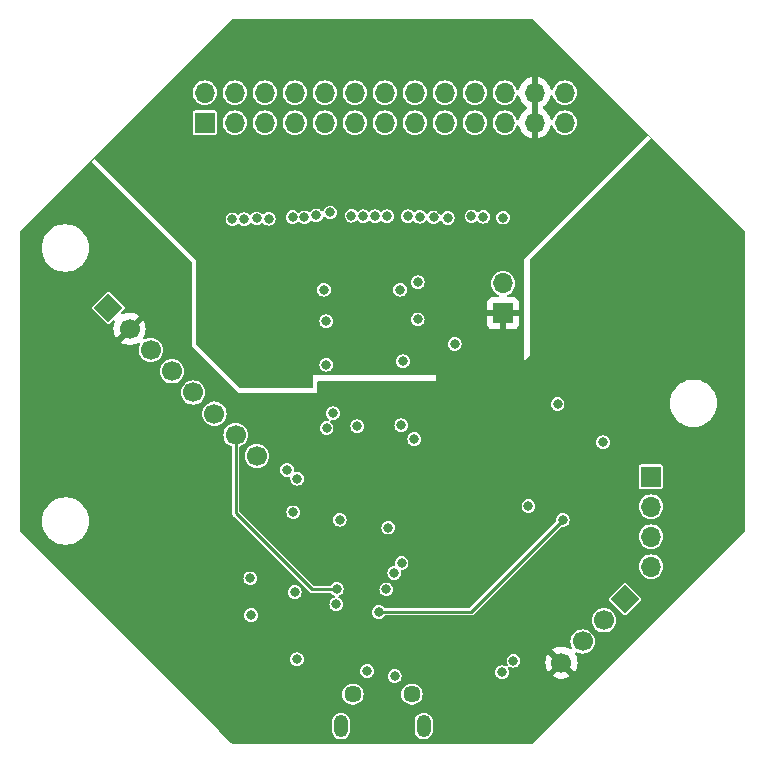
<source format=gbr>
%TF.GenerationSoftware,KiCad,Pcbnew,7.0.1*%
%TF.CreationDate,2023-03-27T17:03:57-04:00*%
%TF.ProjectId,cyton wired,6379746f-6e20-4776-9972-65642e6b6963,rev?*%
%TF.SameCoordinates,Original*%
%TF.FileFunction,Copper,L3,Inr*%
%TF.FilePolarity,Positive*%
%FSLAX46Y46*%
G04 Gerber Fmt 4.6, Leading zero omitted, Abs format (unit mm)*
G04 Created by KiCad (PCBNEW 7.0.1) date 2023-03-27 17:03:57*
%MOMM*%
%LPD*%
G01*
G04 APERTURE LIST*
G04 Aperture macros list*
%AMHorizOval*
0 Thick line with rounded ends*
0 $1 width*
0 $2 $3 position (X,Y) of the first rounded end (center of the circle)*
0 $4 $5 position (X,Y) of the second rounded end (center of the circle)*
0 Add line between two ends*
20,1,$1,$2,$3,$4,$5,0*
0 Add two circle primitives to create the rounded ends*
1,1,$1,$2,$3*
1,1,$1,$4,$5*%
%AMRotRect*
0 Rectangle, with rotation*
0 The origin of the aperture is its center*
0 $1 length*
0 $2 width*
0 $3 Rotation angle, in degrees counterclockwise*
0 Add horizontal line*
21,1,$1,$2,0,0,$3*%
G04 Aperture macros list end*
%TA.AperFunction,ComponentPad*%
%ADD10RotRect,1.700000X1.700000X315.000000*%
%TD*%
%TA.AperFunction,ComponentPad*%
%ADD11HorizOval,1.700000X0.000000X0.000000X0.000000X0.000000X0*%
%TD*%
%TA.AperFunction,ComponentPad*%
%ADD12R,1.700000X1.700000*%
%TD*%
%TA.AperFunction,ComponentPad*%
%ADD13O,1.700000X1.700000*%
%TD*%
%TA.AperFunction,ComponentPad*%
%ADD14O,1.200000X1.900000*%
%TD*%
%TA.AperFunction,ComponentPad*%
%ADD15C,1.450000*%
%TD*%
%TA.AperFunction,ComponentPad*%
%ADD16RotRect,1.700000X1.700000X45.000000*%
%TD*%
%TA.AperFunction,ComponentPad*%
%ADD17HorizOval,1.700000X0.000000X0.000000X0.000000X0.000000X0*%
%TD*%
%TA.AperFunction,ViaPad*%
%ADD18C,0.800000*%
%TD*%
%TA.AperFunction,Conductor*%
%ADD19C,0.250000*%
%TD*%
%TA.AperFunction,Profile*%
%ADD20C,0.101600*%
%TD*%
G04 APERTURE END LIST*
D10*
%TO.N,/D13*%
%TO.C,J3*%
X160248600Y-125323600D03*
D11*
%TO.N,/PGC*%
X158452549Y-127119651D03*
%TO.N,VDD*%
X156656498Y-128915702D03*
%TO.N,GNDA*%
X154860446Y-130711754D03*
%TD*%
D12*
%TO.N,VSSA*%
%TO.C,J1*%
X124663200Y-84988400D03*
D13*
X124663200Y-82448400D03*
%TO.N,/SRB1*%
X127203200Y-84988400D03*
%TO.N,/SRB2*%
X127203200Y-82448400D03*
%TO.N,/1P*%
X129743200Y-84988400D03*
%TO.N,/1N*%
X129743200Y-82448400D03*
%TO.N,/2P*%
X132283200Y-84988400D03*
%TO.N,/2N*%
X132283200Y-82448400D03*
%TO.N,/3P*%
X134823200Y-84988400D03*
%TO.N,/3N*%
X134823200Y-82448400D03*
%TO.N,/4P*%
X137363200Y-84988400D03*
%TO.N,/4N*%
X137363200Y-82448400D03*
%TO.N,/5P*%
X139903200Y-84988400D03*
%TO.N,/5N*%
X139903200Y-82448400D03*
%TO.N,/6P*%
X142443200Y-84988400D03*
%TO.N,/6N*%
X142443200Y-82448400D03*
%TO.N,/7P*%
X144983200Y-84988400D03*
%TO.N,/7N*%
X144983200Y-82448400D03*
%TO.N,/8P*%
X147523200Y-84988400D03*
%TO.N,/8N*%
X147523200Y-82448400D03*
%TO.N,/BIAS*%
X150063200Y-84988400D03*
X150063200Y-82448400D03*
%TO.N,GNDA*%
X152603200Y-84988400D03*
X152603200Y-82448400D03*
%TO.N,VDDA*%
X155143200Y-84988400D03*
X155143200Y-82448400D03*
%TD*%
D12*
%TO.N,/BOOT_EN*%
%TO.C,J5*%
X162433000Y-114960400D03*
D13*
%TO.N,/MCLR*%
X162433000Y-117500400D03*
%TO.N,/D18*%
X162433000Y-120040400D03*
%TO.N,/PGD*%
X162433000Y-122580400D03*
%TD*%
D14*
%TO.N,unconnected-(CONN1-Shield-Pad6)*%
%TO.C,CONN1*%
X136200000Y-136080300D03*
D15*
X137200000Y-133380300D03*
X142200000Y-133380300D03*
D14*
X143200000Y-136080300D03*
%TD*%
D12*
%TO.N,GNDA*%
%TO.C,J4*%
X149910800Y-101142800D03*
D13*
%TO.N,/BIAS_INV*%
X149910800Y-98602800D03*
%TD*%
D16*
%TO.N,VDD*%
%TO.C,J2*%
X116500000Y-100650000D03*
D17*
%TO.N,GNDA*%
X118296051Y-102446051D03*
%TO.N,/MISO*%
X120092102Y-104242102D03*
%TO.N,/SCLK*%
X121888154Y-106038154D03*
%TO.N,/RESET*%
X123684205Y-107834205D03*
%TO.N,/CLK*%
X125480256Y-109630256D03*
%TO.N,/MOSI*%
X127276307Y-111426307D03*
%TO.N,/CS2*%
X129072359Y-113222359D03*
%TD*%
D18*
%TO.N,/Daisy Functionality/_SRB1*%
X127003697Y-93167200D03*
%TO.N,/Daisy Functionality/_SRB2*%
X128003200Y-93167200D03*
%TO.N,/Daisy Functionality/IN1P*%
X129070100Y-93103700D03*
%TO.N,/Daisy Functionality/IN1N*%
X130086327Y-93130684D03*
%TO.N,/Daisy Functionality/IN2P*%
X132096905Y-92986254D03*
%TO.N,/Daisy Functionality/IN2N*%
X133096000Y-93014800D03*
%TO.N,/Daisy Functionality/IN3P*%
X134094731Y-92842500D03*
%TO.N,/Daisy Functionality/IN3N*%
X135275931Y-92594901D03*
%TO.N,/Daisy Functionality/IN4P*%
X137083800Y-92862400D03*
%TO.N,/Daisy Functionality/IN4N*%
X138081846Y-92916348D03*
%TO.N,/Daisy Functionality/IN5P*%
X139081343Y-92913148D03*
%TO.N,/Daisy Functionality/IN5N*%
X140080845Y-92913206D03*
%TO.N,/Daisy Functionality/IN6P*%
X141851353Y-92913928D03*
%TO.N,/Daisy Functionality/IN6N*%
X142849600Y-92964000D03*
%TO.N,/Daisy Functionality/IN7P*%
X144030600Y-93015374D03*
%TO.N,/Daisy Functionality/IN7N*%
X145237200Y-93065600D03*
%TO.N,/Daisy Functionality/IN8P*%
X147243800Y-92913200D03*
%TO.N,/Daisy Functionality/IN8N*%
X148259800Y-92964000D03*
%TO.N,/Daisy Functionality/BIAS_DRV*%
X149923200Y-93027800D03*
%TO.N,VSSA*%
X134950200Y-101803200D03*
X134950200Y-105486200D03*
X141437400Y-105186900D03*
X142697200Y-101650800D03*
%TO.N,Net-(CONN1-VBUS)*%
X138404600Y-131419600D03*
%TO.N,Net-(CONN1-GND)*%
X140741400Y-131851400D03*
%TO.N,VDD*%
X154533600Y-108813600D03*
X128587500Y-126682500D03*
X136093200Y-118618000D03*
X158389700Y-112041500D03*
X135509000Y-109601000D03*
X128524000Y-123571000D03*
X142392400Y-111785400D03*
X149834600Y-131521200D03*
X152065100Y-117451700D03*
X132161451Y-117976279D03*
%TO.N,VDDA*%
X141198600Y-99136200D03*
X134747000Y-99136200D03*
X145821400Y-103733600D03*
%TO.N,Net-(U1-WCT)*%
X142697200Y-98501200D03*
%TO.N,VCOM*%
X150799800Y-130556000D03*
%TO.N,/SCLK*%
X131622800Y-114385100D03*
%TO.N,/RESET*%
X134975600Y-110845600D03*
%TO.N,/MOSI*%
X135839200Y-124485400D03*
%TO.N,/MISO*%
X132486400Y-115138200D03*
%TO.N,/CS1*%
X132283200Y-124739400D03*
X137566400Y-110693200D03*
%TO.N,/PGD*%
X132461000Y-130429000D03*
X140038005Y-124512171D03*
%TO.N,/D13*%
X141325600Y-122275600D03*
%TO.N,/PGC*%
X140699082Y-123117261D03*
%TO.N,/MCLR*%
X154965400Y-118643400D03*
X139395200Y-126424400D03*
%TO.N,/D18*%
X140192758Y-119274400D03*
%TO.N,/DRDY*%
X135788400Y-125774400D03*
X141300200Y-110617000D03*
%TD*%
D19*
%TO.N,/MOSI*%
X135839200Y-124485400D02*
X133731000Y-124485400D01*
X127276307Y-118030707D02*
X127276307Y-111426307D01*
X133731000Y-124485400D02*
X127276307Y-118030707D01*
%TO.N,/MCLR*%
X147218400Y-126390400D02*
X154965400Y-118643400D01*
X139429200Y-126390400D02*
X147218400Y-126390400D01*
X139395200Y-126424400D02*
X139429200Y-126390400D01*
%TD*%
%TA.AperFunction,Conductor*%
%TO.N,GNDA*%
G36*
X152395820Y-76235491D02*
G01*
X152436697Y-76262805D01*
X162114950Y-85941058D01*
X162147562Y-85997542D01*
X162147562Y-86062764D01*
X162114950Y-86119248D01*
X151714200Y-96519998D01*
X151714200Y-105181398D01*
X151714200Y-105181400D01*
X152196800Y-104698800D01*
X152171564Y-96674017D01*
X152181079Y-96625591D01*
X152208465Y-96584534D01*
X162394353Y-86398646D01*
X162450835Y-86366036D01*
X162516057Y-86366036D01*
X162572541Y-86398648D01*
X170320395Y-94146502D01*
X170347709Y-94187379D01*
X170357300Y-94235597D01*
X170357300Y-119480762D01*
X170347726Y-119528939D01*
X170320458Y-119569794D01*
X166901275Y-122993807D01*
X152875844Y-137039047D01*
X152875782Y-137039109D01*
X152411297Y-137503595D01*
X152370419Y-137530909D01*
X152322201Y-137540500D01*
X127001597Y-137540500D01*
X126953379Y-137530909D01*
X126912502Y-137503595D01*
X125882915Y-136474008D01*
X135421700Y-136474008D01*
X135436412Y-136604586D01*
X135494338Y-136770128D01*
X135587651Y-136918635D01*
X135711664Y-137042648D01*
X135711666Y-137042649D01*
X135711667Y-137042650D01*
X135860171Y-137135961D01*
X136025716Y-137193888D01*
X136200000Y-137213525D01*
X136374284Y-137193888D01*
X136539829Y-137135961D01*
X136688333Y-137042650D01*
X136812350Y-136918633D01*
X136905661Y-136770129D01*
X136963588Y-136604584D01*
X136978300Y-136474011D01*
X136978300Y-136474008D01*
X142421700Y-136474008D01*
X142436412Y-136604586D01*
X142494338Y-136770128D01*
X142587651Y-136918635D01*
X142711664Y-137042648D01*
X142711666Y-137042649D01*
X142711667Y-137042650D01*
X142860171Y-137135961D01*
X143025716Y-137193888D01*
X143200000Y-137213525D01*
X143374284Y-137193888D01*
X143539829Y-137135961D01*
X143688333Y-137042650D01*
X143812350Y-136918633D01*
X143905661Y-136770129D01*
X143963588Y-136604584D01*
X143978300Y-136474011D01*
X143978300Y-135686589D01*
X143963588Y-135556016D01*
X143905661Y-135390471D01*
X143812350Y-135241967D01*
X143812349Y-135241966D01*
X143812348Y-135241964D01*
X143688335Y-135117951D01*
X143539828Y-135024638D01*
X143374286Y-134966712D01*
X143200000Y-134947075D01*
X143025713Y-134966712D01*
X142860171Y-135024638D01*
X142711664Y-135117951D01*
X142587651Y-135241964D01*
X142494338Y-135390471D01*
X142436412Y-135556013D01*
X142421700Y-135686592D01*
X142421700Y-136474008D01*
X136978300Y-136474008D01*
X136978300Y-135686589D01*
X136963588Y-135556016D01*
X136905661Y-135390471D01*
X136812350Y-135241967D01*
X136812349Y-135241966D01*
X136812348Y-135241964D01*
X136688335Y-135117951D01*
X136539828Y-135024638D01*
X136374286Y-134966712D01*
X136200000Y-134947075D01*
X136025713Y-134966712D01*
X135860171Y-135024638D01*
X135711664Y-135117951D01*
X135587651Y-135241964D01*
X135494338Y-135390471D01*
X135436412Y-135556013D01*
X135421700Y-135686592D01*
X135421700Y-136474008D01*
X125882915Y-136474008D01*
X122789207Y-133380299D01*
X136291724Y-133380299D01*
X136311572Y-133569142D01*
X136370248Y-133749729D01*
X136465187Y-133914169D01*
X136465189Y-133914171D01*
X136592245Y-134055281D01*
X136745862Y-134166890D01*
X136919327Y-134244122D01*
X137105059Y-134283600D01*
X137294939Y-134283600D01*
X137294941Y-134283600D01*
X137480673Y-134244122D01*
X137654138Y-134166890D01*
X137807755Y-134055281D01*
X137934811Y-133914171D01*
X138029751Y-133749729D01*
X138088428Y-133569141D01*
X138108276Y-133380300D01*
X138108276Y-133380299D01*
X141291724Y-133380299D01*
X141311572Y-133569142D01*
X141370248Y-133749729D01*
X141465187Y-133914169D01*
X141465189Y-133914171D01*
X141592245Y-134055281D01*
X141745862Y-134166890D01*
X141919327Y-134244122D01*
X142105059Y-134283600D01*
X142294939Y-134283600D01*
X142294941Y-134283600D01*
X142480673Y-134244122D01*
X142654138Y-134166890D01*
X142807755Y-134055281D01*
X142934811Y-133914171D01*
X143029751Y-133749729D01*
X143088428Y-133569141D01*
X143108276Y-133380300D01*
X143088428Y-133191459D01*
X143029751Y-133010871D01*
X143029751Y-133010870D01*
X142934812Y-132846430D01*
X142807754Y-132705318D01*
X142654139Y-132593711D01*
X142654138Y-132593710D01*
X142480673Y-132516478D01*
X142294941Y-132477000D01*
X142105059Y-132477000D01*
X141981237Y-132503318D01*
X141919326Y-132516478D01*
X141745860Y-132593711D01*
X141592245Y-132705318D01*
X141465187Y-132846430D01*
X141370248Y-133010870D01*
X141311572Y-133191457D01*
X141291724Y-133380299D01*
X138108276Y-133380299D01*
X138088428Y-133191459D01*
X138029751Y-133010871D01*
X138029751Y-133010870D01*
X137934812Y-132846430D01*
X137807754Y-132705318D01*
X137654139Y-132593711D01*
X137654138Y-132593710D01*
X137480673Y-132516478D01*
X137294941Y-132477000D01*
X137105059Y-132477000D01*
X136981237Y-132503318D01*
X136919326Y-132516478D01*
X136745860Y-132593711D01*
X136592245Y-132705318D01*
X136465187Y-132846430D01*
X136370248Y-133010870D01*
X136311572Y-133191457D01*
X136291724Y-133380299D01*
X122789207Y-133380299D01*
X120828507Y-131419599D01*
X137821310Y-131419599D01*
X137841184Y-131570566D01*
X137899455Y-131711244D01*
X137899456Y-131711245D01*
X137992152Y-131832048D01*
X138112955Y-131924744D01*
X138253633Y-131983015D01*
X138404600Y-132002890D01*
X138555567Y-131983015D01*
X138696245Y-131924744D01*
X138791828Y-131851400D01*
X140158110Y-131851400D01*
X140177984Y-132002366D01*
X140236255Y-132143044D01*
X140236256Y-132143045D01*
X140328952Y-132263848D01*
X140449755Y-132356544D01*
X140590433Y-132414815D01*
X140741400Y-132434690D01*
X140892367Y-132414815D01*
X141033045Y-132356544D01*
X141153848Y-132263848D01*
X141246544Y-132143045D01*
X141304815Y-132002367D01*
X141324690Y-131851400D01*
X141304815Y-131700433D01*
X141246544Y-131559755D01*
X141216960Y-131521200D01*
X149251310Y-131521200D01*
X149271184Y-131672166D01*
X149329455Y-131812844D01*
X149329456Y-131812845D01*
X149422152Y-131933648D01*
X149542955Y-132026344D01*
X149683633Y-132084615D01*
X149834600Y-132104490D01*
X149985567Y-132084615D01*
X150126245Y-132026344D01*
X150247048Y-131933648D01*
X150321475Y-131836653D01*
X154094756Y-131836653D01*
X154115143Y-131852521D01*
X154313074Y-131959636D01*
X154525937Y-132032711D01*
X154747916Y-132069754D01*
X154972976Y-132069754D01*
X155194954Y-132032711D01*
X155407814Y-131959637D01*
X155605751Y-131852518D01*
X155626134Y-131836653D01*
X155626135Y-131836652D01*
X154860447Y-131070964D01*
X154860446Y-131070964D01*
X154094756Y-131836653D01*
X150321475Y-131836653D01*
X150339744Y-131812845D01*
X150398015Y-131672167D01*
X150417890Y-131521200D01*
X150398015Y-131370233D01*
X150339744Y-131229555D01*
X150339743Y-131229554D01*
X150337068Y-131223095D01*
X150327865Y-131164991D01*
X150346044Y-131109042D01*
X150387642Y-131067444D01*
X150443591Y-131049265D01*
X150501695Y-131058468D01*
X150508154Y-131061143D01*
X150508155Y-131061144D01*
X150648833Y-131119415D01*
X150799800Y-131139290D01*
X150950767Y-131119415D01*
X151091445Y-131061144D01*
X151212248Y-130968448D01*
X151304944Y-130847645D01*
X151361233Y-130711753D01*
X153497792Y-130711753D01*
X153516377Y-130936037D01*
X153571626Y-131154210D01*
X153662026Y-131360302D01*
X153737368Y-131475620D01*
X154501236Y-130711754D01*
X153737368Y-129947887D01*
X153662026Y-130063205D01*
X153571626Y-130269297D01*
X153516377Y-130487470D01*
X153497792Y-130711753D01*
X151361233Y-130711753D01*
X151363215Y-130706967D01*
X151383090Y-130556000D01*
X151363215Y-130405033D01*
X151304944Y-130264355D01*
X151212248Y-130143552D01*
X151119550Y-130072422D01*
X151091444Y-130050855D01*
X150950766Y-129992584D01*
X150799800Y-129972710D01*
X150648833Y-129992584D01*
X150508155Y-130050855D01*
X150387352Y-130143552D01*
X150294655Y-130264355D01*
X150236384Y-130405033D01*
X150216510Y-130556000D01*
X150236384Y-130706966D01*
X150297331Y-130854104D01*
X150306534Y-130912208D01*
X150288355Y-130968157D01*
X150246757Y-131009755D01*
X150190808Y-131027934D01*
X150132704Y-131018731D01*
X149985566Y-130957784D01*
X149834600Y-130937910D01*
X149683633Y-130957784D01*
X149542955Y-131016055D01*
X149422152Y-131108752D01*
X149329455Y-131229555D01*
X149271184Y-131370233D01*
X149251310Y-131521200D01*
X141216960Y-131521200D01*
X141153848Y-131438952D01*
X141033045Y-131346256D01*
X141033044Y-131346255D01*
X140892366Y-131287984D01*
X140761274Y-131270726D01*
X140741400Y-131268110D01*
X140741399Y-131268110D01*
X140590433Y-131287984D01*
X140449755Y-131346255D01*
X140328952Y-131438952D01*
X140236255Y-131559755D01*
X140177984Y-131700433D01*
X140158110Y-131851400D01*
X138791828Y-131851400D01*
X138817048Y-131832048D01*
X138909744Y-131711245D01*
X138968015Y-131570567D01*
X138987890Y-131419600D01*
X138968015Y-131268633D01*
X138909744Y-131127955D01*
X138817048Y-131007152D01*
X138696245Y-130914456D01*
X138696244Y-130914455D01*
X138555566Y-130856184D01*
X138424473Y-130838926D01*
X138404600Y-130836310D01*
X138404599Y-130836310D01*
X138253633Y-130856184D01*
X138112955Y-130914455D01*
X137992152Y-131007152D01*
X137899455Y-131127955D01*
X137841184Y-131268633D01*
X137821310Y-131419599D01*
X120828507Y-131419599D01*
X119837908Y-130429000D01*
X131877710Y-130429000D01*
X131897584Y-130579966D01*
X131955855Y-130720644D01*
X131955856Y-130720645D01*
X132048552Y-130841448D01*
X132169355Y-130934144D01*
X132310033Y-130992415D01*
X132461000Y-131012290D01*
X132611967Y-130992415D01*
X132752645Y-130934144D01*
X132873448Y-130841448D01*
X132966144Y-130720645D01*
X133024415Y-130579967D01*
X133044290Y-130429000D01*
X133024415Y-130278033D01*
X132966144Y-130137355D01*
X132873448Y-130016552D01*
X132780750Y-129945422D01*
X132752644Y-129923855D01*
X132611966Y-129865584D01*
X132461000Y-129845710D01*
X132310033Y-129865584D01*
X132169355Y-129923855D01*
X132048552Y-130016552D01*
X131955855Y-130137355D01*
X131897584Y-130278033D01*
X131877710Y-130429000D01*
X119837908Y-130429000D01*
X118995762Y-129586854D01*
X154094756Y-129586854D01*
X154860446Y-130352543D01*
X154860446Y-130352544D01*
X155983522Y-131475621D01*
X155983523Y-131475620D01*
X156058864Y-131360305D01*
X156149265Y-131154211D01*
X156204514Y-130936037D01*
X156223099Y-130711753D01*
X156204514Y-130487470D01*
X156149265Y-130269297D01*
X156058864Y-130063203D01*
X156025938Y-130012807D01*
X156005582Y-129950269D01*
X156019510Y-129885993D01*
X156063927Y-129837491D01*
X156126733Y-129817977D01*
X156190816Y-129832768D01*
X156261080Y-129870325D01*
X156454916Y-129929124D01*
X156656498Y-129948978D01*
X156858080Y-129929124D01*
X157051916Y-129870325D01*
X157230555Y-129774840D01*
X157387134Y-129646338D01*
X157515636Y-129489759D01*
X157611121Y-129311120D01*
X157669920Y-129117284D01*
X157689774Y-128915702D01*
X157669920Y-128714120D01*
X157611121Y-128520284D01*
X157515636Y-128341645D01*
X157387134Y-128185065D01*
X157230554Y-128056563D01*
X157051918Y-127961080D01*
X157051917Y-127961079D01*
X157051916Y-127961079D01*
X156858080Y-127902280D01*
X156858077Y-127902279D01*
X156858075Y-127902279D01*
X156656498Y-127882425D01*
X156454920Y-127902279D01*
X156454917Y-127902279D01*
X156454916Y-127902280D01*
X156261080Y-127961079D01*
X156261077Y-127961080D01*
X156082441Y-128056563D01*
X155925861Y-128185065D01*
X155797359Y-128341645D01*
X155701876Y-128520281D01*
X155643075Y-128714124D01*
X155623221Y-128915701D01*
X155643075Y-129117279D01*
X155643075Y-129117281D01*
X155643076Y-129117284D01*
X155701875Y-129311120D01*
X155724663Y-129353754D01*
X155738792Y-129380186D01*
X155753643Y-129442186D01*
X155736243Y-129503519D01*
X155691046Y-129548483D01*
X155629623Y-129565567D01*
X155567701Y-129550396D01*
X155407817Y-129463871D01*
X155194954Y-129390796D01*
X154972976Y-129353754D01*
X154747916Y-129353754D01*
X154525937Y-129390796D01*
X154313074Y-129463871D01*
X154115146Y-129570985D01*
X154094756Y-129586853D01*
X154094756Y-129586854D01*
X118995762Y-129586854D01*
X116091408Y-126682500D01*
X128004210Y-126682500D01*
X128024084Y-126833466D01*
X128082355Y-126974144D01*
X128082356Y-126974145D01*
X128175052Y-127094948D01*
X128295855Y-127187644D01*
X128436533Y-127245915D01*
X128587500Y-127265790D01*
X128738467Y-127245915D01*
X128879145Y-127187644D01*
X128967756Y-127119650D01*
X157419272Y-127119650D01*
X157439126Y-127321228D01*
X157439126Y-127321230D01*
X157439127Y-127321233D01*
X157497926Y-127515069D01*
X157497927Y-127515071D01*
X157593410Y-127693707D01*
X157721912Y-127850287D01*
X157785266Y-127902280D01*
X157878492Y-127978789D01*
X158057131Y-128074274D01*
X158250967Y-128133073D01*
X158452549Y-128152927D01*
X158654131Y-128133073D01*
X158847967Y-128074274D01*
X159026606Y-127978789D01*
X159183185Y-127850287D01*
X159311687Y-127693708D01*
X159407172Y-127515069D01*
X159465971Y-127321233D01*
X159485825Y-127119651D01*
X159465971Y-126918069D01*
X159407172Y-126724233D01*
X159311687Y-126545594D01*
X159300147Y-126531533D01*
X159183185Y-126389014D01*
X159026605Y-126260512D01*
X158847969Y-126165029D01*
X158847968Y-126165028D01*
X158847967Y-126165028D01*
X158654131Y-126106229D01*
X158654128Y-126106228D01*
X158654126Y-126106228D01*
X158452549Y-126086374D01*
X158250971Y-126106228D01*
X158250968Y-126106228D01*
X158250967Y-126106229D01*
X158163522Y-126132755D01*
X158057128Y-126165029D01*
X157878492Y-126260512D01*
X157721912Y-126389014D01*
X157593410Y-126545594D01*
X157497927Y-126724230D01*
X157439126Y-126918073D01*
X157419272Y-127119650D01*
X128967756Y-127119650D01*
X128999948Y-127094948D01*
X129092644Y-126974145D01*
X129150915Y-126833467D01*
X129170790Y-126682500D01*
X129150915Y-126531533D01*
X129106538Y-126424399D01*
X138811910Y-126424399D01*
X138831784Y-126575366D01*
X138890055Y-126716044D01*
X138896339Y-126724233D01*
X138982752Y-126836848D01*
X139103555Y-126929544D01*
X139244233Y-126987815D01*
X139395200Y-127007690D01*
X139546167Y-126987815D01*
X139686845Y-126929544D01*
X139807648Y-126836848D01*
X139879663Y-126742996D01*
X139923898Y-126706694D01*
X139979626Y-126693700D01*
X147148370Y-126693700D01*
X147165381Y-126696474D01*
X147175768Y-126695994D01*
X147175771Y-126695995D01*
X147222511Y-126693834D01*
X147228330Y-126693700D01*
X147247524Y-126693700D01*
X147262170Y-126692000D01*
X147289044Y-126690758D01*
X147295346Y-126687974D01*
X147323086Y-126679384D01*
X147329863Y-126678118D01*
X147352739Y-126663952D01*
X147368172Y-126655818D01*
X147392775Y-126644956D01*
X147397645Y-126640085D01*
X147420411Y-126622051D01*
X147426271Y-126618424D01*
X147442490Y-126596945D01*
X147453932Y-126583797D01*
X148714129Y-125323600D01*
X158864726Y-125323600D01*
X158878563Y-125393168D01*
X158908026Y-125437263D01*
X160134936Y-126664172D01*
X160134939Y-126664174D01*
X160134940Y-126664175D01*
X160179031Y-126693636D01*
X160248600Y-126707474D01*
X160318169Y-126693636D01*
X160362260Y-126664176D01*
X161589175Y-125437260D01*
X161618636Y-125393169D01*
X161632474Y-125323600D01*
X161618636Y-125254031D01*
X161589176Y-125209940D01*
X161589175Y-125209939D01*
X161589173Y-125209936D01*
X160362263Y-123983027D01*
X160318169Y-123953564D01*
X160293992Y-123948755D01*
X160248600Y-123939726D01*
X160248599Y-123939726D01*
X160179031Y-123953563D01*
X160134936Y-123983026D01*
X158908027Y-125209936D01*
X158878564Y-125254030D01*
X158864726Y-125323600D01*
X148714129Y-125323600D01*
X151457329Y-122580400D01*
X161399723Y-122580400D01*
X161419577Y-122781977D01*
X161419577Y-122781979D01*
X161419578Y-122781982D01*
X161475488Y-122966294D01*
X161478378Y-122975820D01*
X161573861Y-123154456D01*
X161702363Y-123311036D01*
X161821617Y-123408905D01*
X161858943Y-123439538D01*
X162037582Y-123535023D01*
X162231418Y-123593822D01*
X162433000Y-123613676D01*
X162634582Y-123593822D01*
X162828418Y-123535023D01*
X163007057Y-123439538D01*
X163163636Y-123311036D01*
X163292138Y-123154457D01*
X163387623Y-122975818D01*
X163446422Y-122781982D01*
X163466276Y-122580400D01*
X163446422Y-122378818D01*
X163387623Y-122184982D01*
X163292138Y-122006343D01*
X163273765Y-121983955D01*
X163163636Y-121849763D01*
X163007056Y-121721261D01*
X162828420Y-121625778D01*
X162828419Y-121625777D01*
X162828418Y-121625777D01*
X162634582Y-121566978D01*
X162634579Y-121566977D01*
X162634577Y-121566977D01*
X162433000Y-121547123D01*
X162231422Y-121566977D01*
X162231419Y-121566977D01*
X162231418Y-121566978D01*
X162037582Y-121625777D01*
X162037579Y-121625778D01*
X161858943Y-121721261D01*
X161702363Y-121849763D01*
X161573861Y-122006343D01*
X161478378Y-122184979D01*
X161419577Y-122378822D01*
X161399723Y-122580400D01*
X151457329Y-122580400D01*
X153997330Y-120040399D01*
X161399723Y-120040399D01*
X161419577Y-120241977D01*
X161419577Y-120241979D01*
X161419578Y-120241982D01*
X161478377Y-120435818D01*
X161478378Y-120435820D01*
X161573861Y-120614456D01*
X161702363Y-120771036D01*
X161858943Y-120899538D01*
X162037582Y-120995023D01*
X162231418Y-121053822D01*
X162433000Y-121073676D01*
X162634582Y-121053822D01*
X162828418Y-120995023D01*
X163007057Y-120899538D01*
X163163636Y-120771036D01*
X163292138Y-120614457D01*
X163387623Y-120435818D01*
X163446422Y-120241982D01*
X163466276Y-120040400D01*
X163446422Y-119838818D01*
X163387623Y-119644982D01*
X163292138Y-119466343D01*
X163258509Y-119425366D01*
X163163636Y-119309763D01*
X163007056Y-119181261D01*
X162828420Y-119085778D01*
X162828419Y-119085777D01*
X162828418Y-119085777D01*
X162634582Y-119026978D01*
X162634579Y-119026977D01*
X162634577Y-119026977D01*
X162433000Y-119007123D01*
X162231422Y-119026977D01*
X162231419Y-119026977D01*
X162231418Y-119026978D01*
X162136249Y-119055847D01*
X162037579Y-119085778D01*
X161858943Y-119181261D01*
X161702363Y-119309763D01*
X161573861Y-119466343D01*
X161478378Y-119644979D01*
X161478377Y-119644981D01*
X161478377Y-119644982D01*
X161437559Y-119779544D01*
X161419577Y-119838822D01*
X161399723Y-120040399D01*
X153997330Y-120040399D01*
X154785062Y-119252667D01*
X154833654Y-119222451D01*
X154890599Y-119216842D01*
X154965400Y-119226690D01*
X155116367Y-119206815D01*
X155257045Y-119148544D01*
X155377848Y-119055848D01*
X155470544Y-118935045D01*
X155528815Y-118794367D01*
X155548690Y-118643400D01*
X155528815Y-118492433D01*
X155470544Y-118351755D01*
X155377848Y-118230952D01*
X155257045Y-118138256D01*
X155257044Y-118138255D01*
X155116366Y-118079984D01*
X154965400Y-118060110D01*
X154814433Y-118079984D01*
X154673755Y-118138255D01*
X154552952Y-118230952D01*
X154460255Y-118351755D01*
X154401984Y-118492433D01*
X154382110Y-118643400D01*
X154391956Y-118718199D01*
X154386347Y-118775145D01*
X154356129Y-118823738D01*
X147129674Y-126050195D01*
X147088797Y-126077509D01*
X147040579Y-126087100D01*
X139927447Y-126087100D01*
X139871719Y-126074106D01*
X139827485Y-126037804D01*
X139807649Y-126011953D01*
X139686844Y-125919255D01*
X139546166Y-125860984D01*
X139415073Y-125843726D01*
X139395200Y-125841110D01*
X139395199Y-125841110D01*
X139244233Y-125860984D01*
X139103555Y-125919255D01*
X138982752Y-126011952D01*
X138890055Y-126132755D01*
X138831784Y-126273433D01*
X138811910Y-126424399D01*
X129106538Y-126424399D01*
X129092644Y-126390855D01*
X128999948Y-126270052D01*
X128879145Y-126177356D01*
X128879144Y-126177355D01*
X128738466Y-126119084D01*
X128587500Y-126099210D01*
X128436533Y-126119084D01*
X128295855Y-126177355D01*
X128175052Y-126270052D01*
X128082355Y-126390855D01*
X128024084Y-126531533D01*
X128004210Y-126682500D01*
X116091408Y-126682500D01*
X114148308Y-124739400D01*
X131699910Y-124739400D01*
X131719784Y-124890366D01*
X131778055Y-125031044D01*
X131778056Y-125031045D01*
X131870752Y-125151848D01*
X131991555Y-125244544D01*
X132132233Y-125302815D01*
X132283200Y-125322690D01*
X132434167Y-125302815D01*
X132574845Y-125244544D01*
X132695648Y-125151848D01*
X132788344Y-125031045D01*
X132846615Y-124890367D01*
X132866490Y-124739400D01*
X132846615Y-124588433D01*
X132788344Y-124447755D01*
X132695648Y-124326952D01*
X132574845Y-124234256D01*
X132574844Y-124234255D01*
X132434166Y-124175984D01*
X132303073Y-124158726D01*
X132283200Y-124156110D01*
X132283199Y-124156110D01*
X132132233Y-124175984D01*
X131991555Y-124234255D01*
X131870752Y-124326952D01*
X131778055Y-124447755D01*
X131719784Y-124588433D01*
X131699910Y-124739400D01*
X114148308Y-124739400D01*
X112979907Y-123570999D01*
X127940710Y-123570999D01*
X127960584Y-123721966D01*
X128018855Y-123862644D01*
X128018856Y-123862645D01*
X128111552Y-123983448D01*
X128232355Y-124076144D01*
X128373033Y-124134415D01*
X128524000Y-124154290D01*
X128674967Y-124134415D01*
X128815645Y-124076144D01*
X128936448Y-123983448D01*
X129029144Y-123862645D01*
X129087415Y-123721967D01*
X129107290Y-123571000D01*
X129087415Y-123420033D01*
X129029144Y-123279355D01*
X128936448Y-123158552D01*
X128815645Y-123065856D01*
X128815644Y-123065855D01*
X128674966Y-123007584D01*
X128524000Y-122987710D01*
X128373033Y-123007584D01*
X128232355Y-123065855D01*
X128111552Y-123158552D01*
X128018855Y-123279355D01*
X127960584Y-123420033D01*
X127940710Y-123570999D01*
X112979907Y-123570999D01*
X109028805Y-119619897D01*
X109001491Y-119579020D01*
X108991900Y-119530802D01*
X108991900Y-118719600D01*
X110871989Y-118719600D01*
X110892403Y-119005024D01*
X110897934Y-119030448D01*
X110953231Y-119284646D01*
X111053233Y-119552761D01*
X111070085Y-119583623D01*
X111190375Y-119803917D01*
X111361862Y-120032997D01*
X111564202Y-120235337D01*
X111564205Y-120235339D01*
X111793285Y-120406826D01*
X112044439Y-120543967D01*
X112312554Y-120643969D01*
X112592172Y-120704796D01*
X112806152Y-120720100D01*
X112949047Y-120720100D01*
X112949048Y-120720100D01*
X113163028Y-120704796D01*
X113442646Y-120643969D01*
X113710761Y-120543967D01*
X113961915Y-120406826D01*
X114190995Y-120235339D01*
X114393339Y-120032995D01*
X114564826Y-119803915D01*
X114701967Y-119552761D01*
X114801969Y-119284646D01*
X114862796Y-119005028D01*
X114883210Y-118719600D01*
X114862796Y-118434172D01*
X114801969Y-118154554D01*
X114701967Y-117886439D01*
X114564826Y-117635285D01*
X114540408Y-117602667D01*
X114393337Y-117406202D01*
X114190997Y-117203862D01*
X113961917Y-117032375D01*
X113919561Y-117009247D01*
X113710761Y-116895233D01*
X113442646Y-116795231D01*
X113267546Y-116757140D01*
X113163024Y-116734403D01*
X112968531Y-116720493D01*
X112949048Y-116719100D01*
X112806152Y-116719100D01*
X112788294Y-116720377D01*
X112592175Y-116734403D01*
X112429624Y-116769764D01*
X112312554Y-116795231D01*
X112044439Y-116895233D01*
X112044437Y-116895233D01*
X112044437Y-116895234D01*
X111793282Y-117032375D01*
X111564202Y-117203862D01*
X111361862Y-117406202D01*
X111190375Y-117635282D01*
X111053234Y-117886437D01*
X110953231Y-118154554D01*
X110892403Y-118434175D01*
X110871989Y-118719600D01*
X108991900Y-118719600D01*
X108991900Y-111426306D01*
X126243030Y-111426306D01*
X126262884Y-111627884D01*
X126262884Y-111627886D01*
X126262885Y-111627889D01*
X126299883Y-111749855D01*
X126321685Y-111821727D01*
X126417168Y-112000363D01*
X126545670Y-112156943D01*
X126609024Y-112208936D01*
X126702250Y-112285445D01*
X126880889Y-112380930D01*
X126883582Y-112381747D01*
X126930083Y-112407588D01*
X126961775Y-112450319D01*
X126973007Y-112502321D01*
X126973007Y-117960677D01*
X126970232Y-117977688D01*
X126972873Y-118034819D01*
X126973007Y-118040637D01*
X126973007Y-118059822D01*
X126974705Y-118074473D01*
X126975948Y-118101350D01*
X126978733Y-118107657D01*
X126987321Y-118135390D01*
X126988588Y-118142168D01*
X127002749Y-118165038D01*
X127010885Y-118180474D01*
X127021751Y-118205082D01*
X127026623Y-118209954D01*
X127044654Y-118232717D01*
X127048282Y-118238577D01*
X127069750Y-118254789D01*
X127082913Y-118266244D01*
X133467017Y-124650348D01*
X133477084Y-124664339D01*
X133519350Y-124702870D01*
X133523539Y-124706870D01*
X133536408Y-124719739D01*
X133537130Y-124720461D01*
X133548687Y-124729615D01*
X133568567Y-124747738D01*
X133574996Y-124750229D01*
X133600685Y-124763769D01*
X133606369Y-124767663D01*
X133632556Y-124773821D01*
X133649217Y-124778981D01*
X133674303Y-124788700D01*
X133681196Y-124788700D01*
X133710042Y-124792046D01*
X133716749Y-124793624D01*
X133740510Y-124790309D01*
X133743389Y-124789908D01*
X133760796Y-124788700D01*
X135280863Y-124788700D01*
X135336591Y-124801694D01*
X135380824Y-124837994D01*
X135426752Y-124897848D01*
X135547555Y-124990544D01*
X135577553Y-125002969D01*
X135625145Y-125037546D01*
X135651853Y-125089962D01*
X135651854Y-125148791D01*
X135625147Y-125201207D01*
X135577554Y-125235786D01*
X135496757Y-125269253D01*
X135375952Y-125361952D01*
X135283255Y-125482755D01*
X135224984Y-125623433D01*
X135205110Y-125774399D01*
X135224984Y-125925366D01*
X135283255Y-126066044D01*
X135283256Y-126066045D01*
X135375952Y-126186848D01*
X135496755Y-126279544D01*
X135637433Y-126337815D01*
X135788400Y-126357690D01*
X135939367Y-126337815D01*
X136080045Y-126279544D01*
X136200848Y-126186848D01*
X136293544Y-126066045D01*
X136351815Y-125925367D01*
X136371690Y-125774400D01*
X136351815Y-125623433D01*
X136293544Y-125482755D01*
X136200848Y-125361952D01*
X136080045Y-125269256D01*
X136080044Y-125269255D01*
X136050046Y-125256830D01*
X136002453Y-125222252D01*
X135975745Y-125169835D01*
X135975745Y-125111007D01*
X136002453Y-125058590D01*
X136050046Y-125024012D01*
X136066214Y-125017315D01*
X136130845Y-124990544D01*
X136251648Y-124897848D01*
X136344344Y-124777045D01*
X136402615Y-124636367D01*
X136418966Y-124512171D01*
X139454715Y-124512171D01*
X139474589Y-124663137D01*
X139532860Y-124803815D01*
X139532861Y-124803816D01*
X139625557Y-124924619D01*
X139746360Y-125017315D01*
X139887038Y-125075586D01*
X140038005Y-125095461D01*
X140188972Y-125075586D01*
X140329650Y-125017315D01*
X140450453Y-124924619D01*
X140543149Y-124803816D01*
X140601420Y-124663138D01*
X140621295Y-124512171D01*
X140601420Y-124361204D01*
X140543149Y-124220526D01*
X140450453Y-124099723D01*
X140329650Y-124007027D01*
X140329649Y-124007026D01*
X140188971Y-123948755D01*
X140057879Y-123931497D01*
X140038005Y-123928881D01*
X140038004Y-123928881D01*
X139887038Y-123948755D01*
X139746360Y-124007026D01*
X139625557Y-124099723D01*
X139532860Y-124220526D01*
X139474589Y-124361204D01*
X139454715Y-124512171D01*
X136418966Y-124512171D01*
X136422490Y-124485400D01*
X136402615Y-124334433D01*
X136344344Y-124193755D01*
X136251648Y-124072952D01*
X136134454Y-123983025D01*
X136130844Y-123980255D01*
X135990166Y-123921984D01*
X135839200Y-123902110D01*
X135688233Y-123921984D01*
X135547555Y-123980255D01*
X135426752Y-124072952D01*
X135380825Y-124132805D01*
X135336591Y-124169106D01*
X135280863Y-124182100D01*
X133908821Y-124182100D01*
X133860603Y-124172509D01*
X133819726Y-124145195D01*
X132791791Y-123117260D01*
X140115792Y-123117260D01*
X140135666Y-123268227D01*
X140193937Y-123408905D01*
X140193938Y-123408906D01*
X140286634Y-123529709D01*
X140407437Y-123622405D01*
X140548115Y-123680676D01*
X140699082Y-123700551D01*
X140850049Y-123680676D01*
X140990727Y-123622405D01*
X141111530Y-123529709D01*
X141204226Y-123408906D01*
X141262497Y-123268228D01*
X141282372Y-123117261D01*
X141266119Y-122993806D01*
X141274632Y-122929142D01*
X141314338Y-122877398D01*
X141374593Y-122852439D01*
X141476567Y-122839015D01*
X141617245Y-122780744D01*
X141738048Y-122688048D01*
X141830744Y-122567245D01*
X141889015Y-122426567D01*
X141908890Y-122275600D01*
X141889015Y-122124633D01*
X141830744Y-121983955D01*
X141738048Y-121863152D01*
X141617245Y-121770456D01*
X141617244Y-121770455D01*
X141476566Y-121712184D01*
X141325600Y-121692310D01*
X141174633Y-121712184D01*
X141033955Y-121770455D01*
X140913152Y-121863152D01*
X140820455Y-121983955D01*
X140762184Y-122124633D01*
X140742310Y-122275600D01*
X140758562Y-122399054D01*
X140750049Y-122463718D01*
X140710344Y-122515462D01*
X140650086Y-122540421D01*
X140548115Y-122553845D01*
X140407437Y-122612116D01*
X140286634Y-122704813D01*
X140193937Y-122825616D01*
X140135666Y-122966294D01*
X140115792Y-123117260D01*
X132791791Y-123117260D01*
X128948931Y-119274400D01*
X139609468Y-119274400D01*
X139629342Y-119425366D01*
X139687613Y-119566044D01*
X139701071Y-119583583D01*
X139780310Y-119686848D01*
X139901113Y-119779544D01*
X140041791Y-119837815D01*
X140192758Y-119857690D01*
X140343725Y-119837815D01*
X140484403Y-119779544D01*
X140605206Y-119686848D01*
X140697902Y-119566045D01*
X140756173Y-119425367D01*
X140776048Y-119274400D01*
X140756173Y-119123433D01*
X140697902Y-118982755D01*
X140605206Y-118861952D01*
X140512509Y-118790822D01*
X140484402Y-118769255D01*
X140343724Y-118710984D01*
X140192758Y-118691110D01*
X140041791Y-118710984D01*
X139901113Y-118769255D01*
X139780310Y-118861952D01*
X139687613Y-118982755D01*
X139629342Y-119123433D01*
X139609468Y-119274400D01*
X128948931Y-119274400D01*
X128292531Y-118618000D01*
X135509910Y-118618000D01*
X135529784Y-118768966D01*
X135588055Y-118909644D01*
X135588056Y-118909645D01*
X135680752Y-119030448D01*
X135801555Y-119123144D01*
X135942233Y-119181415D01*
X136093200Y-119201290D01*
X136244167Y-119181415D01*
X136384845Y-119123144D01*
X136505648Y-119030448D01*
X136598344Y-118909645D01*
X136656615Y-118768967D01*
X136676490Y-118618000D01*
X136656615Y-118467033D01*
X136598344Y-118326355D01*
X136505648Y-118205552D01*
X136384845Y-118112856D01*
X136384844Y-118112855D01*
X136244166Y-118054584D01*
X136093200Y-118034710D01*
X135942233Y-118054584D01*
X135801555Y-118112855D01*
X135680752Y-118205552D01*
X135588055Y-118326355D01*
X135529784Y-118467033D01*
X135509910Y-118618000D01*
X128292531Y-118618000D01*
X127650810Y-117976279D01*
X131578161Y-117976279D01*
X131578813Y-117981231D01*
X131598035Y-118127245D01*
X131656306Y-118267923D01*
X131656307Y-118267924D01*
X131749003Y-118388727D01*
X131869806Y-118481423D01*
X132010484Y-118539694D01*
X132161451Y-118559569D01*
X132312418Y-118539694D01*
X132453096Y-118481423D01*
X132573899Y-118388727D01*
X132666595Y-118267924D01*
X132724866Y-118127246D01*
X132744741Y-117976279D01*
X132724866Y-117825312D01*
X132666595Y-117684634D01*
X132573899Y-117563831D01*
X132453096Y-117471135D01*
X132453095Y-117471134D01*
X132406177Y-117451700D01*
X151481810Y-117451700D01*
X151501684Y-117602666D01*
X151559955Y-117743344D01*
X151559956Y-117743345D01*
X151652652Y-117864148D01*
X151773455Y-117956844D01*
X151914133Y-118015115D01*
X152065100Y-118034990D01*
X152216067Y-118015115D01*
X152356745Y-117956844D01*
X152477548Y-117864148D01*
X152570244Y-117743345D01*
X152628515Y-117602667D01*
X152641979Y-117500399D01*
X161399723Y-117500399D01*
X161419577Y-117701977D01*
X161419577Y-117701979D01*
X161419578Y-117701982D01*
X161475532Y-117886439D01*
X161478378Y-117895820D01*
X161573861Y-118074456D01*
X161702363Y-118231036D01*
X161849459Y-118351755D01*
X161858943Y-118359538D01*
X162037582Y-118455023D01*
X162231418Y-118513822D01*
X162433000Y-118533676D01*
X162634582Y-118513822D01*
X162828418Y-118455023D01*
X163007057Y-118359538D01*
X163163636Y-118231036D01*
X163292138Y-118074457D01*
X163387623Y-117895818D01*
X163446422Y-117701982D01*
X163466276Y-117500400D01*
X163446422Y-117298818D01*
X163387623Y-117104982D01*
X163292138Y-116926343D01*
X163266607Y-116895234D01*
X163163636Y-116769763D01*
X163007056Y-116641261D01*
X162828420Y-116545778D01*
X162828419Y-116545777D01*
X162828418Y-116545777D01*
X162634582Y-116486978D01*
X162634579Y-116486977D01*
X162634577Y-116486977D01*
X162433000Y-116467123D01*
X162231422Y-116486977D01*
X162231419Y-116486977D01*
X162231418Y-116486978D01*
X162037582Y-116545777D01*
X162037579Y-116545778D01*
X161858943Y-116641261D01*
X161702363Y-116769763D01*
X161573861Y-116926343D01*
X161478378Y-117104979D01*
X161419577Y-117298822D01*
X161399723Y-117500399D01*
X152641979Y-117500399D01*
X152648390Y-117451700D01*
X152628515Y-117300733D01*
X152570244Y-117160055D01*
X152477548Y-117039252D01*
X152356745Y-116946556D01*
X152356744Y-116946555D01*
X152216066Y-116888284D01*
X152065100Y-116868410D01*
X151914133Y-116888284D01*
X151773455Y-116946555D01*
X151652652Y-117039252D01*
X151559955Y-117160055D01*
X151501684Y-117300733D01*
X151481810Y-117451700D01*
X132406177Y-117451700D01*
X132312417Y-117412863D01*
X132161451Y-117392989D01*
X132010484Y-117412863D01*
X131869806Y-117471134D01*
X131749003Y-117563831D01*
X131656306Y-117684634D01*
X131598035Y-117825312D01*
X131580215Y-117960677D01*
X131578161Y-117976279D01*
X127650810Y-117976279D01*
X127616512Y-117941981D01*
X127589198Y-117901104D01*
X127579607Y-117852886D01*
X127579607Y-115827962D01*
X161404700Y-115827962D01*
X161415044Y-115879968D01*
X161415045Y-115879969D01*
X161454453Y-115938947D01*
X161513431Y-115978355D01*
X161565439Y-115988700D01*
X163300560Y-115988699D01*
X163300562Y-115988699D01*
X163335232Y-115981802D01*
X163352569Y-115978355D01*
X163411547Y-115938947D01*
X163450955Y-115879969D01*
X163461300Y-115827961D01*
X163461299Y-114092840D01*
X163461299Y-114092839D01*
X163461299Y-114092837D01*
X163450955Y-114040831D01*
X163411547Y-113981853D01*
X163352569Y-113942445D01*
X163352564Y-113942444D01*
X163300561Y-113932100D01*
X163300559Y-113932100D01*
X161565437Y-113932100D01*
X161513431Y-113942444D01*
X161454453Y-113981852D01*
X161415045Y-114040830D01*
X161415044Y-114040831D01*
X161415045Y-114040831D01*
X161404701Y-114092837D01*
X161404700Y-114092840D01*
X161404700Y-115827962D01*
X127579607Y-115827962D01*
X127579607Y-114385099D01*
X131039510Y-114385099D01*
X131059384Y-114536066D01*
X131117655Y-114676744D01*
X131117656Y-114676745D01*
X131210352Y-114797548D01*
X131331155Y-114890244D01*
X131471833Y-114948515D01*
X131622800Y-114968390D01*
X131749821Y-114951667D01*
X131768003Y-114949274D01*
X131824951Y-114954883D01*
X131873544Y-114985100D01*
X131903762Y-115033694D01*
X131909371Y-115090642D01*
X131903110Y-115138199D01*
X131922984Y-115289166D01*
X131981255Y-115429844D01*
X131981256Y-115429845D01*
X132073952Y-115550648D01*
X132194755Y-115643344D01*
X132335433Y-115701615D01*
X132486400Y-115721490D01*
X132637367Y-115701615D01*
X132778045Y-115643344D01*
X132898848Y-115550648D01*
X132991544Y-115429845D01*
X133049815Y-115289167D01*
X133069690Y-115138200D01*
X133049815Y-114987233D01*
X132991544Y-114846555D01*
X132898848Y-114725752D01*
X132778045Y-114633056D01*
X132778044Y-114633055D01*
X132637366Y-114574784D01*
X132486399Y-114554909D01*
X132341195Y-114574025D01*
X132284247Y-114568416D01*
X132235654Y-114538197D01*
X132205436Y-114489603D01*
X132199828Y-114432660D01*
X132206090Y-114385100D01*
X132186215Y-114234133D01*
X132127944Y-114093455D01*
X132035248Y-113972652D01*
X131914445Y-113879956D01*
X131914444Y-113879955D01*
X131773766Y-113821684D01*
X131622800Y-113801810D01*
X131471833Y-113821684D01*
X131331155Y-113879955D01*
X131210352Y-113972652D01*
X131117655Y-114093455D01*
X131059384Y-114234133D01*
X131039510Y-114385099D01*
X127579607Y-114385099D01*
X127579607Y-113222358D01*
X128039082Y-113222358D01*
X128058936Y-113423936D01*
X128058936Y-113423938D01*
X128058937Y-113423941D01*
X128117736Y-113617777D01*
X128117737Y-113617779D01*
X128213220Y-113796415D01*
X128341722Y-113952995D01*
X128498302Y-114081497D01*
X128676941Y-114176982D01*
X128870777Y-114235781D01*
X129072359Y-114255635D01*
X129273941Y-114235781D01*
X129467777Y-114176982D01*
X129646416Y-114081497D01*
X129802995Y-113952995D01*
X129931497Y-113796416D01*
X130026982Y-113617777D01*
X130085781Y-113423941D01*
X130105635Y-113222359D01*
X130085781Y-113020777D01*
X130026982Y-112826941D01*
X129931497Y-112648302D01*
X129811693Y-112502321D01*
X129802995Y-112491722D01*
X129646415Y-112363220D01*
X129467779Y-112267737D01*
X129467778Y-112267736D01*
X129467777Y-112267736D01*
X129273941Y-112208937D01*
X129273938Y-112208936D01*
X129273936Y-112208936D01*
X129072359Y-112189082D01*
X128870781Y-112208936D01*
X128870778Y-112208936D01*
X128870777Y-112208937D01*
X128676941Y-112267736D01*
X128676938Y-112267737D01*
X128498302Y-112363220D01*
X128341722Y-112491722D01*
X128213220Y-112648302D01*
X128117737Y-112826938D01*
X128058936Y-113020781D01*
X128039082Y-113222358D01*
X127579607Y-113222358D01*
X127579607Y-112502321D01*
X127590839Y-112450319D01*
X127622531Y-112407588D01*
X127669031Y-112381747D01*
X127671725Y-112380930D01*
X127850364Y-112285445D01*
X128006943Y-112156943D01*
X128135445Y-112000364D01*
X128230930Y-111821725D01*
X128241949Y-111785399D01*
X141809110Y-111785399D01*
X141828984Y-111936366D01*
X141887255Y-112077044D01*
X141887256Y-112077045D01*
X141979952Y-112197848D01*
X142100755Y-112290544D01*
X142241433Y-112348815D01*
X142392400Y-112368690D01*
X142543367Y-112348815D01*
X142684045Y-112290544D01*
X142804848Y-112197848D01*
X142897544Y-112077045D01*
X142912268Y-112041499D01*
X157806410Y-112041499D01*
X157826284Y-112192466D01*
X157884555Y-112333144D01*
X157884556Y-112333145D01*
X157977252Y-112453948D01*
X158098055Y-112546644D01*
X158238733Y-112604915D01*
X158389700Y-112624790D01*
X158540667Y-112604915D01*
X158681345Y-112546644D01*
X158802148Y-112453948D01*
X158894844Y-112333145D01*
X158953115Y-112192467D01*
X158972990Y-112041500D01*
X158953115Y-111890533D01*
X158894844Y-111749855D01*
X158802148Y-111629052D01*
X158681345Y-111536356D01*
X158681344Y-111536355D01*
X158540666Y-111478084D01*
X158389700Y-111458210D01*
X158238733Y-111478084D01*
X158098055Y-111536355D01*
X157977252Y-111629052D01*
X157884555Y-111749855D01*
X157826284Y-111890533D01*
X157806410Y-112041499D01*
X142912268Y-112041499D01*
X142955815Y-111936367D01*
X142975690Y-111785400D01*
X142955815Y-111634433D01*
X142897544Y-111493755D01*
X142804848Y-111372952D01*
X142684045Y-111280256D01*
X142684044Y-111280255D01*
X142543366Y-111221984D01*
X142392400Y-111202110D01*
X142241433Y-111221984D01*
X142100755Y-111280255D01*
X141979952Y-111372952D01*
X141887255Y-111493755D01*
X141828984Y-111634433D01*
X141809110Y-111785399D01*
X128241949Y-111785399D01*
X128289729Y-111627889D01*
X128309583Y-111426307D01*
X128289729Y-111224725D01*
X128230930Y-111030889D01*
X128135445Y-110852250D01*
X128129988Y-110845600D01*
X134392310Y-110845600D01*
X134412184Y-110996566D01*
X134470455Y-111137244D01*
X134470456Y-111137245D01*
X134563152Y-111258048D01*
X134683955Y-111350744D01*
X134824633Y-111409015D01*
X134975600Y-111428890D01*
X135126567Y-111409015D01*
X135267245Y-111350744D01*
X135388048Y-111258048D01*
X135480744Y-111137245D01*
X135539015Y-110996567D01*
X135558890Y-110845600D01*
X135539015Y-110694633D01*
X135538421Y-110693200D01*
X136983110Y-110693200D01*
X137002984Y-110844166D01*
X137061255Y-110984844D01*
X137061256Y-110984845D01*
X137153952Y-111105648D01*
X137274755Y-111198344D01*
X137415433Y-111256615D01*
X137566400Y-111276490D01*
X137717367Y-111256615D01*
X137858045Y-111198344D01*
X137978848Y-111105648D01*
X138071544Y-110984845D01*
X138129815Y-110844167D01*
X138149690Y-110693200D01*
X138139658Y-110616999D01*
X140716910Y-110616999D01*
X140736784Y-110767966D01*
X140795055Y-110908644D01*
X140795056Y-110908645D01*
X140887752Y-111029448D01*
X141008555Y-111122144D01*
X141149233Y-111180415D01*
X141300200Y-111200290D01*
X141451167Y-111180415D01*
X141591845Y-111122144D01*
X141712648Y-111029448D01*
X141805344Y-110908645D01*
X141863615Y-110767967D01*
X141883490Y-110617000D01*
X141863615Y-110466033D01*
X141805344Y-110325355D01*
X141712648Y-110204552D01*
X141591845Y-110111856D01*
X141591844Y-110111855D01*
X141451166Y-110053584D01*
X141300200Y-110033710D01*
X141149233Y-110053584D01*
X141008555Y-110111855D01*
X140887752Y-110204552D01*
X140795055Y-110325355D01*
X140736784Y-110466033D01*
X140716910Y-110616999D01*
X138139658Y-110616999D01*
X138129815Y-110542233D01*
X138071544Y-110401555D01*
X137978848Y-110280752D01*
X137858045Y-110188056D01*
X137858044Y-110188055D01*
X137717366Y-110129784D01*
X137566400Y-110109910D01*
X137415433Y-110129784D01*
X137274755Y-110188055D01*
X137153952Y-110280752D01*
X137061255Y-110401555D01*
X137002984Y-110542233D01*
X136983110Y-110693200D01*
X135538421Y-110693200D01*
X135480744Y-110553955D01*
X135388048Y-110433152D01*
X135388046Y-110433151D01*
X135388046Y-110433150D01*
X135344570Y-110399790D01*
X135304865Y-110348046D01*
X135296352Y-110283382D01*
X135321311Y-110223124D01*
X135373056Y-110183419D01*
X135437720Y-110174906D01*
X135445331Y-110175907D01*
X135509000Y-110184290D01*
X135659967Y-110164415D01*
X135800645Y-110106144D01*
X135921448Y-110013448D01*
X136014144Y-109892645D01*
X136072415Y-109751967D01*
X136092290Y-109601000D01*
X136072415Y-109450033D01*
X136014144Y-109309355D01*
X135921448Y-109188552D01*
X135800645Y-109095856D01*
X135800644Y-109095855D01*
X135659966Y-109037584D01*
X135509000Y-109017710D01*
X135358033Y-109037584D01*
X135217355Y-109095855D01*
X135096552Y-109188552D01*
X135003855Y-109309355D01*
X134945584Y-109450033D01*
X134925710Y-109601000D01*
X134945584Y-109751966D01*
X135003855Y-109892644D01*
X135003856Y-109892645D01*
X135096552Y-110013448D01*
X135140031Y-110046811D01*
X135179734Y-110098552D01*
X135188247Y-110163217D01*
X135163288Y-110223474D01*
X135111544Y-110263179D01*
X135046880Y-110271693D01*
X134975601Y-110262309D01*
X134824633Y-110282184D01*
X134683955Y-110340455D01*
X134563152Y-110433152D01*
X134470455Y-110553955D01*
X134412184Y-110694633D01*
X134392310Y-110845600D01*
X128129988Y-110845600D01*
X128128811Y-110844166D01*
X128006943Y-110695670D01*
X127850363Y-110567168D01*
X127671727Y-110471685D01*
X127671726Y-110471684D01*
X127671725Y-110471684D01*
X127477889Y-110412885D01*
X127477886Y-110412884D01*
X127477884Y-110412884D01*
X127276307Y-110393030D01*
X127074729Y-110412884D01*
X127074726Y-110412884D01*
X127074725Y-110412885D01*
X126899518Y-110466033D01*
X126880886Y-110471685D01*
X126702250Y-110567168D01*
X126545670Y-110695670D01*
X126417168Y-110852250D01*
X126321685Y-111030886D01*
X126321684Y-111030888D01*
X126321684Y-111030889D01*
X126263717Y-111221984D01*
X126262884Y-111224729D01*
X126243030Y-111426306D01*
X108991900Y-111426306D01*
X108991900Y-109630255D01*
X124446979Y-109630255D01*
X124466833Y-109831833D01*
X124466833Y-109831835D01*
X124466834Y-109831838D01*
X124525633Y-110025674D01*
X124525634Y-110025676D01*
X124621117Y-110204312D01*
X124749619Y-110360892D01*
X124837666Y-110433150D01*
X124906199Y-110489394D01*
X125084838Y-110584879D01*
X125278674Y-110643678D01*
X125480256Y-110663532D01*
X125681838Y-110643678D01*
X125875674Y-110584879D01*
X126054313Y-110489394D01*
X126210892Y-110360892D01*
X126339394Y-110204313D01*
X126434879Y-110025674D01*
X126493678Y-109831838D01*
X126513532Y-109630256D01*
X126493678Y-109428674D01*
X126434879Y-109234838D01*
X126339394Y-109056199D01*
X126264193Y-108964567D01*
X126210892Y-108899619D01*
X126106078Y-108813600D01*
X153950310Y-108813600D01*
X153970184Y-108964566D01*
X154028455Y-109105244D01*
X154028456Y-109105245D01*
X154121152Y-109226048D01*
X154241955Y-109318744D01*
X154382633Y-109377015D01*
X154533600Y-109396890D01*
X154684567Y-109377015D01*
X154825245Y-109318744D01*
X154946048Y-109226048D01*
X155038744Y-109105245D01*
X155097015Y-108964567D01*
X155116890Y-108813600D01*
X155106858Y-108737400D01*
X164034189Y-108737400D01*
X164054603Y-109022824D01*
X164054604Y-109022828D01*
X164115431Y-109302446D01*
X164215433Y-109570561D01*
X164232054Y-109601000D01*
X164352575Y-109821717D01*
X164524062Y-110050797D01*
X164726402Y-110253137D01*
X164939799Y-110412884D01*
X164955485Y-110424626D01*
X165206639Y-110561767D01*
X165474754Y-110661769D01*
X165754372Y-110722596D01*
X165968352Y-110737900D01*
X166111247Y-110737900D01*
X166111248Y-110737900D01*
X166325228Y-110722596D01*
X166604846Y-110661769D01*
X166872961Y-110561767D01*
X167124115Y-110424626D01*
X167353195Y-110253139D01*
X167555539Y-110050795D01*
X167727026Y-109821715D01*
X167864167Y-109570561D01*
X167964169Y-109302446D01*
X168024996Y-109022828D01*
X168045410Y-108737400D01*
X168024996Y-108451972D01*
X167964169Y-108172354D01*
X167864167Y-107904239D01*
X167727026Y-107653085D01*
X167711711Y-107632627D01*
X167555537Y-107424002D01*
X167353197Y-107221662D01*
X167124117Y-107050175D01*
X167081761Y-107027046D01*
X166872961Y-106913033D01*
X166604846Y-106813031D01*
X166401473Y-106768790D01*
X166325224Y-106752203D01*
X166130731Y-106738293D01*
X166111248Y-106736900D01*
X165968352Y-106736900D01*
X165950494Y-106738177D01*
X165754375Y-106752203D01*
X165530386Y-106800929D01*
X165474754Y-106813031D01*
X165206639Y-106913033D01*
X165206637Y-106913033D01*
X165206637Y-106913034D01*
X164955482Y-107050175D01*
X164726402Y-107221662D01*
X164524062Y-107424002D01*
X164352575Y-107653082D01*
X164215434Y-107904237D01*
X164115431Y-108172354D01*
X164054603Y-108451975D01*
X164034189Y-108737400D01*
X155106858Y-108737400D01*
X155097015Y-108662633D01*
X155038744Y-108521955D01*
X154946048Y-108401152D01*
X154825245Y-108308456D01*
X154825244Y-108308455D01*
X154684566Y-108250184D01*
X154533600Y-108230310D01*
X154382633Y-108250184D01*
X154241955Y-108308455D01*
X154121152Y-108401152D01*
X154028455Y-108521955D01*
X153970184Y-108662633D01*
X153950310Y-108813600D01*
X126106078Y-108813600D01*
X126054312Y-108771117D01*
X125875676Y-108675634D01*
X125875675Y-108675633D01*
X125875674Y-108675633D01*
X125681838Y-108616834D01*
X125681835Y-108616833D01*
X125681833Y-108616833D01*
X125480256Y-108596979D01*
X125278678Y-108616833D01*
X125278675Y-108616833D01*
X125278674Y-108616834D01*
X125127694Y-108662633D01*
X125084835Y-108675634D01*
X124906199Y-108771117D01*
X124749619Y-108899619D01*
X124621117Y-109056199D01*
X124525634Y-109234835D01*
X124525633Y-109234837D01*
X124525633Y-109234838D01*
X124476476Y-109396890D01*
X124466833Y-109428678D01*
X124446979Y-109630255D01*
X108991900Y-109630255D01*
X108991900Y-107834205D01*
X122650928Y-107834205D01*
X122670782Y-108035782D01*
X122670782Y-108035784D01*
X122670783Y-108035787D01*
X122712210Y-108172354D01*
X122729583Y-108229625D01*
X122825066Y-108408261D01*
X122953568Y-108564841D01*
X123016922Y-108616834D01*
X123110148Y-108693343D01*
X123288787Y-108788828D01*
X123482623Y-108847627D01*
X123684205Y-108867481D01*
X123885787Y-108847627D01*
X124079623Y-108788828D01*
X124258262Y-108693343D01*
X124414841Y-108564841D01*
X124543343Y-108408262D01*
X124638828Y-108229623D01*
X124697627Y-108035787D01*
X124717481Y-107834205D01*
X124697627Y-107632623D01*
X124638828Y-107438787D01*
X124543343Y-107260148D01*
X124511758Y-107221662D01*
X124414841Y-107103568D01*
X124258261Y-106975066D01*
X124079625Y-106879583D01*
X124079624Y-106879582D01*
X124079623Y-106879582D01*
X123885787Y-106820783D01*
X123885784Y-106820782D01*
X123885782Y-106820782D01*
X123684205Y-106800928D01*
X123482627Y-106820782D01*
X123482624Y-106820782D01*
X123482623Y-106820783D01*
X123304944Y-106874681D01*
X123288784Y-106879583D01*
X123110148Y-106975066D01*
X122953568Y-107103568D01*
X122825066Y-107260148D01*
X122729583Y-107438784D01*
X122729582Y-107438786D01*
X122729582Y-107438787D01*
X122720903Y-107467400D01*
X122670782Y-107632627D01*
X122650928Y-107834205D01*
X108991900Y-107834205D01*
X108991900Y-106038154D01*
X120854877Y-106038154D01*
X120874731Y-106239731D01*
X120874731Y-106239733D01*
X120874732Y-106239736D01*
X120933531Y-106433572D01*
X120933532Y-106433574D01*
X121029015Y-106612210D01*
X121157517Y-106768790D01*
X121292517Y-106879582D01*
X121314097Y-106897292D01*
X121492736Y-106992777D01*
X121686572Y-107051576D01*
X121888154Y-107071430D01*
X122089736Y-107051576D01*
X122283572Y-106992777D01*
X122462211Y-106897292D01*
X122618790Y-106768790D01*
X122747292Y-106612211D01*
X122842777Y-106433572D01*
X122901576Y-106239736D01*
X122921430Y-106038154D01*
X122901576Y-105836572D01*
X122842777Y-105642736D01*
X122747292Y-105464097D01*
X122747291Y-105464096D01*
X122618790Y-105307517D01*
X122462210Y-105179015D01*
X122283574Y-105083532D01*
X122283573Y-105083531D01*
X122283572Y-105083531D01*
X122089736Y-105024732D01*
X122089733Y-105024731D01*
X122089731Y-105024731D01*
X121888154Y-105004877D01*
X121686576Y-105024731D01*
X121686573Y-105024731D01*
X121686572Y-105024732D01*
X121492736Y-105083531D01*
X121492733Y-105083532D01*
X121314097Y-105179015D01*
X121157517Y-105307517D01*
X121029015Y-105464097D01*
X120933532Y-105642733D01*
X120933531Y-105642735D01*
X120933531Y-105642736D01*
X120892547Y-105777845D01*
X120874731Y-105836576D01*
X120854877Y-106038154D01*
X108991900Y-106038154D01*
X108991900Y-103570950D01*
X117530361Y-103570950D01*
X117550748Y-103586818D01*
X117748679Y-103693933D01*
X117961542Y-103767008D01*
X118183521Y-103804051D01*
X118408581Y-103804051D01*
X118630559Y-103767008D01*
X118843419Y-103693934D01*
X119003303Y-103607409D01*
X119065226Y-103592238D01*
X119126648Y-103609321D01*
X119171845Y-103654285D01*
X119189246Y-103715619D01*
X119174395Y-103777619D01*
X119137480Y-103846681D01*
X119137479Y-103846683D01*
X119137479Y-103846684D01*
X119125988Y-103884567D01*
X119078679Y-104040524D01*
X119058825Y-104242101D01*
X119078679Y-104443679D01*
X119078679Y-104443681D01*
X119078680Y-104443684D01*
X119133222Y-104623485D01*
X119137480Y-104637522D01*
X119232963Y-104816158D01*
X119361465Y-104972738D01*
X119484551Y-105073752D01*
X119518045Y-105101240D01*
X119696684Y-105196725D01*
X119890520Y-105255524D01*
X120092102Y-105275378D01*
X120293684Y-105255524D01*
X120487520Y-105196725D01*
X120666159Y-105101240D01*
X120822738Y-104972738D01*
X120951240Y-104816159D01*
X121046725Y-104637520D01*
X121105524Y-104443684D01*
X121125378Y-104242102D01*
X121105524Y-104040520D01*
X121046725Y-103846684D01*
X120951240Y-103668045D01*
X120901477Y-103607409D01*
X120822738Y-103511465D01*
X120666158Y-103382963D01*
X120487522Y-103287480D01*
X120487521Y-103287479D01*
X120487520Y-103287479D01*
X120293684Y-103228680D01*
X120293681Y-103228679D01*
X120293679Y-103228679D01*
X120092102Y-103208825D01*
X119890524Y-103228679D01*
X119890521Y-103228679D01*
X119890520Y-103228680D01*
X119696684Y-103287479D01*
X119696681Y-103287480D01*
X119696679Y-103287481D01*
X119626422Y-103325034D01*
X119562340Y-103339825D01*
X119499534Y-103320311D01*
X119455117Y-103271809D01*
X119441189Y-103207533D01*
X119461545Y-103144995D01*
X119494469Y-103094601D01*
X119584870Y-102888507D01*
X119640119Y-102670334D01*
X119658704Y-102446051D01*
X119640119Y-102221767D01*
X119584870Y-102003594D01*
X119494468Y-101797497D01*
X119419128Y-101682183D01*
X119419127Y-101682183D01*
X118296052Y-102805261D01*
X118296049Y-102805262D01*
X117530361Y-103570950D01*
X108991900Y-103570950D01*
X108991900Y-100650000D01*
X115116126Y-100650000D01*
X115129963Y-100719568D01*
X115159426Y-100763663D01*
X116386336Y-101990572D01*
X116386339Y-101990574D01*
X116386340Y-101990575D01*
X116430431Y-102020036D01*
X116500000Y-102033874D01*
X116569569Y-102020036D01*
X116613660Y-101990576D01*
X116851506Y-101752728D01*
X116911693Y-101719186D01*
X116980526Y-101722318D01*
X117037419Y-101761189D01*
X117065359Y-101824174D01*
X117055988Y-101892439D01*
X117007231Y-102003593D01*
X116951982Y-102221767D01*
X116933397Y-102446051D01*
X116951982Y-102670334D01*
X117007231Y-102888507D01*
X117097631Y-103094599D01*
X117172973Y-103209917D01*
X117172974Y-103209917D01*
X118296051Y-102086841D01*
X118296050Y-102086841D01*
X119061740Y-101321151D01*
X119061739Y-101321150D01*
X119041353Y-101305283D01*
X118843422Y-101198168D01*
X118630559Y-101125093D01*
X118408581Y-101088051D01*
X118183521Y-101088051D01*
X117961542Y-101125093D01*
X117742075Y-101200436D01*
X117675306Y-101204581D01*
X117615825Y-101173964D01*
X117580401Y-101117215D01*
X117579019Y-101050332D01*
X117612068Y-100992168D01*
X117840572Y-100763663D01*
X117840571Y-100763663D01*
X117840575Y-100763660D01*
X117870036Y-100719569D01*
X117883874Y-100650000D01*
X117870036Y-100580431D01*
X117840576Y-100536340D01*
X117840575Y-100536339D01*
X117840573Y-100536336D01*
X116613663Y-99309427D01*
X116569569Y-99279964D01*
X116569568Y-99279963D01*
X116500000Y-99266126D01*
X116499999Y-99266126D01*
X116430431Y-99279963D01*
X116386336Y-99309426D01*
X115159427Y-100536336D01*
X115129964Y-100580430D01*
X115116126Y-100650000D01*
X108991900Y-100650000D01*
X108991900Y-95605599D01*
X110846589Y-95605599D01*
X110867003Y-95891024D01*
X110867004Y-95891028D01*
X110927831Y-96170646D01*
X111027833Y-96438761D01*
X111127671Y-96621600D01*
X111164975Y-96689917D01*
X111336462Y-96918997D01*
X111538802Y-97121337D01*
X111538805Y-97121339D01*
X111767885Y-97292826D01*
X112019039Y-97429967D01*
X112287154Y-97529969D01*
X112566772Y-97590796D01*
X112780752Y-97606100D01*
X112923647Y-97606100D01*
X112923648Y-97606100D01*
X113137628Y-97590796D01*
X113417246Y-97529969D01*
X113685361Y-97429967D01*
X113936515Y-97292826D01*
X114165595Y-97121339D01*
X114367939Y-96918995D01*
X114539426Y-96689915D01*
X114676567Y-96438761D01*
X114776569Y-96170646D01*
X114837396Y-95891028D01*
X114857810Y-95605600D01*
X114837396Y-95320172D01*
X114776569Y-95040554D01*
X114676567Y-94772439D01*
X114539426Y-94521285D01*
X114367939Y-94292205D01*
X114367937Y-94292202D01*
X114165597Y-94089862D01*
X113936517Y-93918375D01*
X113894161Y-93895247D01*
X113685361Y-93781233D01*
X113417246Y-93681231D01*
X113208531Y-93635828D01*
X113137624Y-93620403D01*
X112943131Y-93606493D01*
X112923648Y-93605100D01*
X112780752Y-93605100D01*
X112762894Y-93606377D01*
X112566775Y-93620403D01*
X112352044Y-93667115D01*
X112287154Y-93681231D01*
X112019039Y-93781233D01*
X112019037Y-93781233D01*
X112019037Y-93781234D01*
X111767882Y-93918375D01*
X111538802Y-94089862D01*
X111336462Y-94292202D01*
X111164975Y-94521282D01*
X111027834Y-94772437D01*
X110927831Y-95040554D01*
X110867003Y-95320175D01*
X110846589Y-95605599D01*
X108991900Y-95605599D01*
X108991900Y-94260998D01*
X109001491Y-94212780D01*
X109028805Y-94171903D01*
X110500031Y-92700677D01*
X114922328Y-88278378D01*
X114978869Y-88245753D01*
X115044151Y-88245802D01*
X115100647Y-88278512D01*
X120286555Y-93479763D01*
X123419124Y-96621600D01*
X123559627Y-96762518D01*
X123586844Y-96803350D01*
X123596400Y-96851482D01*
X123596400Y-103911400D01*
X127558800Y-107848400D01*
X127558801Y-107848400D01*
X134162800Y-107848400D01*
X134162800Y-106983800D01*
X134179681Y-106920800D01*
X134225800Y-106874681D01*
X134288800Y-106857800D01*
X144246600Y-106857800D01*
X144246600Y-106349800D01*
X133832600Y-106349800D01*
X133832600Y-107341400D01*
X133815719Y-107404400D01*
X133769600Y-107450519D01*
X133706600Y-107467400D01*
X127712590Y-107467400D01*
X127664372Y-107457809D01*
X127623495Y-107430495D01*
X125679199Y-105486199D01*
X134366910Y-105486199D01*
X134386784Y-105637166D01*
X134445055Y-105777844D01*
X134445056Y-105777845D01*
X134537752Y-105898648D01*
X134658555Y-105991344D01*
X134799233Y-106049615D01*
X134950200Y-106069490D01*
X135101167Y-106049615D01*
X135241845Y-105991344D01*
X135362648Y-105898648D01*
X135455344Y-105777845D01*
X135513615Y-105637167D01*
X135533490Y-105486200D01*
X135513615Y-105335233D01*
X135455344Y-105194555D01*
X135449470Y-105186900D01*
X140854110Y-105186900D01*
X140873984Y-105337866D01*
X140932255Y-105478544D01*
X140932256Y-105478545D01*
X141024952Y-105599348D01*
X141145755Y-105692044D01*
X141286433Y-105750315D01*
X141437400Y-105770190D01*
X141588367Y-105750315D01*
X141729045Y-105692044D01*
X141849848Y-105599348D01*
X141942544Y-105478545D01*
X142000815Y-105337867D01*
X142020690Y-105186900D01*
X142000815Y-105035933D01*
X141942544Y-104895255D01*
X141849848Y-104774452D01*
X141729045Y-104681756D01*
X141729044Y-104681755D01*
X141588366Y-104623484D01*
X141437400Y-104603610D01*
X141286433Y-104623484D01*
X141145755Y-104681755D01*
X141024952Y-104774452D01*
X140932255Y-104895255D01*
X140873984Y-105035933D01*
X140854110Y-105186900D01*
X135449470Y-105186900D01*
X135362648Y-105073752D01*
X135241845Y-104981056D01*
X135241844Y-104981055D01*
X135101166Y-104922784D01*
X134950200Y-104902910D01*
X134799233Y-104922784D01*
X134658555Y-104981055D01*
X134537752Y-105073752D01*
X134445055Y-105194555D01*
X134386784Y-105335233D01*
X134366910Y-105486199D01*
X125679199Y-105486199D01*
X123988905Y-103795905D01*
X123961591Y-103755028D01*
X123957329Y-103733600D01*
X145238110Y-103733600D01*
X145257984Y-103884566D01*
X145316255Y-104025244D01*
X145316256Y-104025245D01*
X145408952Y-104146048D01*
X145529755Y-104238744D01*
X145670433Y-104297015D01*
X145821400Y-104316890D01*
X145972367Y-104297015D01*
X146113045Y-104238744D01*
X146233848Y-104146048D01*
X146326544Y-104025245D01*
X146384815Y-103884567D01*
X146404690Y-103733600D01*
X146384815Y-103582633D01*
X146326544Y-103441955D01*
X146233848Y-103321152D01*
X146113045Y-103228456D01*
X146113044Y-103228455D01*
X145972366Y-103170184D01*
X145821400Y-103150310D01*
X145670433Y-103170184D01*
X145529755Y-103228455D01*
X145408952Y-103321152D01*
X145316255Y-103441955D01*
X145257984Y-103582633D01*
X145238110Y-103733600D01*
X123957329Y-103733600D01*
X123952000Y-103706810D01*
X123952000Y-101803199D01*
X134366910Y-101803199D01*
X134386784Y-101954166D01*
X134445055Y-102094844D01*
X134445056Y-102094845D01*
X134537752Y-102215648D01*
X134658555Y-102308344D01*
X134799233Y-102366615D01*
X134950200Y-102386490D01*
X135101167Y-102366615D01*
X135241845Y-102308344D01*
X135362648Y-102215648D01*
X135455344Y-102094845D01*
X135513615Y-101954167D01*
X135533490Y-101803200D01*
X135513615Y-101652233D01*
X135513021Y-101650799D01*
X142113910Y-101650799D01*
X142133784Y-101801766D01*
X142192055Y-101942444D01*
X142192056Y-101942445D01*
X142284752Y-102063248D01*
X142405555Y-102155944D01*
X142546233Y-102214215D01*
X142697200Y-102234090D01*
X142848167Y-102214215D01*
X142988845Y-102155944D01*
X143109648Y-102063248D01*
X143202344Y-101942445D01*
X143260615Y-101801767D01*
X143280490Y-101650800D01*
X143260615Y-101499833D01*
X143217937Y-101396800D01*
X148552800Y-101396800D01*
X148552800Y-102041389D01*
X148559305Y-102101893D01*
X148610354Y-102238762D01*
X148697895Y-102355704D01*
X148814837Y-102443245D01*
X148951706Y-102494294D01*
X149012211Y-102500800D01*
X149656800Y-102500800D01*
X149656800Y-101396800D01*
X150164800Y-101396800D01*
X150164800Y-102500800D01*
X150809389Y-102500800D01*
X150869893Y-102494294D01*
X151006762Y-102443245D01*
X151123704Y-102355704D01*
X151211245Y-102238762D01*
X151262294Y-102101893D01*
X151268800Y-102041389D01*
X151268800Y-101396800D01*
X150164800Y-101396800D01*
X149656800Y-101396800D01*
X148552800Y-101396800D01*
X143217937Y-101396800D01*
X143202344Y-101359155D01*
X143109648Y-101238352D01*
X142988845Y-101145656D01*
X142988844Y-101145655D01*
X142848166Y-101087384D01*
X142697200Y-101067510D01*
X142546233Y-101087384D01*
X142405555Y-101145655D01*
X142284752Y-101238352D01*
X142192055Y-101359155D01*
X142133784Y-101499833D01*
X142113910Y-101650799D01*
X135513021Y-101650799D01*
X135455344Y-101511555D01*
X135362648Y-101390752D01*
X135269950Y-101319622D01*
X135241844Y-101298055D01*
X135101166Y-101239784D01*
X134950200Y-101219910D01*
X134799233Y-101239784D01*
X134658555Y-101298055D01*
X134537752Y-101390752D01*
X134445055Y-101511555D01*
X134386784Y-101652233D01*
X134366910Y-101803199D01*
X123952000Y-101803199D01*
X123952000Y-100888800D01*
X148552800Y-100888800D01*
X151268800Y-100888800D01*
X151268800Y-100244211D01*
X151262294Y-100183706D01*
X151211245Y-100046837D01*
X151123704Y-99929895D01*
X151006762Y-99842354D01*
X150869893Y-99791305D01*
X150809389Y-99784800D01*
X150383845Y-99784800D01*
X150320132Y-99767505D01*
X150273910Y-99720366D01*
X150257869Y-99656326D01*
X150276412Y-99592965D01*
X150324448Y-99547678D01*
X150484857Y-99461938D01*
X150641436Y-99333436D01*
X150769938Y-99176857D01*
X150865423Y-98998218D01*
X150924222Y-98804382D01*
X150944076Y-98602800D01*
X150924222Y-98401218D01*
X150865423Y-98207382D01*
X150769938Y-98028743D01*
X150743112Y-97996056D01*
X150641436Y-97872163D01*
X150484856Y-97743661D01*
X150306220Y-97648178D01*
X150306219Y-97648177D01*
X150306218Y-97648177D01*
X150112382Y-97589378D01*
X150112379Y-97589377D01*
X150112377Y-97589377D01*
X149910800Y-97569523D01*
X149709222Y-97589377D01*
X149709219Y-97589377D01*
X149709218Y-97589378D01*
X149515382Y-97648177D01*
X149515379Y-97648178D01*
X149336743Y-97743661D01*
X149180163Y-97872163D01*
X149051661Y-98028743D01*
X148956178Y-98207379D01*
X148897377Y-98401222D01*
X148877523Y-98602799D01*
X148897377Y-98804377D01*
X148897377Y-98804379D01*
X148897378Y-98804382D01*
X148952238Y-98985233D01*
X148956178Y-98998220D01*
X149051661Y-99176856D01*
X149180163Y-99333436D01*
X149295201Y-99427845D01*
X149336743Y-99461938D01*
X149497151Y-99547678D01*
X149545188Y-99592965D01*
X149563731Y-99656326D01*
X149547690Y-99720366D01*
X149501468Y-99767505D01*
X149437755Y-99784800D01*
X149012211Y-99784800D01*
X148951706Y-99791305D01*
X148814837Y-99842354D01*
X148697895Y-99929895D01*
X148610354Y-100046837D01*
X148559305Y-100183706D01*
X148552800Y-100244211D01*
X148552800Y-100888800D01*
X123952000Y-100888800D01*
X123952000Y-99136199D01*
X134163710Y-99136199D01*
X134183584Y-99287166D01*
X134241855Y-99427844D01*
X134241856Y-99427845D01*
X134334552Y-99548648D01*
X134455355Y-99641344D01*
X134596033Y-99699615D01*
X134747000Y-99719490D01*
X134897967Y-99699615D01*
X135038645Y-99641344D01*
X135159448Y-99548648D01*
X135252144Y-99427845D01*
X135310415Y-99287167D01*
X135330290Y-99136200D01*
X135330290Y-99136199D01*
X140615310Y-99136199D01*
X140635184Y-99287166D01*
X140693455Y-99427844D01*
X140693456Y-99427845D01*
X140786152Y-99548648D01*
X140906955Y-99641344D01*
X141047633Y-99699615D01*
X141198600Y-99719490D01*
X141349567Y-99699615D01*
X141490245Y-99641344D01*
X141611048Y-99548648D01*
X141703744Y-99427845D01*
X141762015Y-99287167D01*
X141781890Y-99136200D01*
X141762015Y-98985233D01*
X141703744Y-98844555D01*
X141611048Y-98723752D01*
X141490245Y-98631056D01*
X141490244Y-98631055D01*
X141349566Y-98572784D01*
X141198600Y-98552910D01*
X141047633Y-98572784D01*
X140906955Y-98631055D01*
X140786152Y-98723752D01*
X140693455Y-98844555D01*
X140635184Y-98985233D01*
X140615310Y-99136199D01*
X135330290Y-99136199D01*
X135310415Y-98985233D01*
X135252144Y-98844555D01*
X135159448Y-98723752D01*
X135038645Y-98631056D01*
X135038644Y-98631055D01*
X134897966Y-98572784D01*
X134747000Y-98552910D01*
X134596033Y-98572784D01*
X134455355Y-98631055D01*
X134334552Y-98723752D01*
X134241855Y-98844555D01*
X134183584Y-98985233D01*
X134163710Y-99136199D01*
X123952000Y-99136199D01*
X123952000Y-98501199D01*
X142113910Y-98501199D01*
X142133784Y-98652166D01*
X142192055Y-98792844D01*
X142192056Y-98792845D01*
X142284752Y-98913648D01*
X142405555Y-99006344D01*
X142546233Y-99064615D01*
X142697200Y-99084490D01*
X142848167Y-99064615D01*
X142988845Y-99006344D01*
X143109648Y-98913648D01*
X143202344Y-98792845D01*
X143260615Y-98652167D01*
X143280490Y-98501200D01*
X143260615Y-98350233D01*
X143202344Y-98209555D01*
X143109648Y-98088752D01*
X142988845Y-97996056D01*
X142988844Y-97996055D01*
X142848166Y-97937784D01*
X142697200Y-97917910D01*
X142546233Y-97937784D01*
X142405555Y-97996055D01*
X142284752Y-98088752D01*
X142192055Y-98209555D01*
X142133784Y-98350233D01*
X142113910Y-98501199D01*
X123952000Y-98501199D01*
X123952000Y-96647000D01*
X123951999Y-96646998D01*
X120472201Y-93167200D01*
X126420407Y-93167200D01*
X126440281Y-93318166D01*
X126498552Y-93458844D01*
X126512149Y-93476563D01*
X126591249Y-93579648D01*
X126712052Y-93672344D01*
X126852730Y-93730615D01*
X127003697Y-93750490D01*
X127154664Y-93730615D01*
X127295342Y-93672344D01*
X127416145Y-93579648D01*
X127416148Y-93579643D01*
X127426743Y-93571514D01*
X127476176Y-93548463D01*
X127530720Y-93548463D01*
X127580153Y-93571514D01*
X127590750Y-93579645D01*
X127590752Y-93579648D01*
X127711555Y-93672344D01*
X127852233Y-93730615D01*
X128003200Y-93750490D01*
X128154167Y-93730615D01*
X128294845Y-93672344D01*
X128415648Y-93579648D01*
X128461052Y-93520476D01*
X128505282Y-93484177D01*
X128561009Y-93471182D01*
X128616737Y-93484174D01*
X128644068Y-93506602D01*
X128644493Y-93506050D01*
X128657650Y-93516146D01*
X128657652Y-93516148D01*
X128778455Y-93608844D01*
X128919133Y-93667115D01*
X129070100Y-93686990D01*
X129221067Y-93667115D01*
X129361745Y-93608844D01*
X129482548Y-93516148D01*
X129482550Y-93516144D01*
X129489977Y-93510446D01*
X129550234Y-93485486D01*
X129614898Y-93493998D01*
X129666643Y-93533702D01*
X129673879Y-93543132D01*
X129794682Y-93635828D01*
X129935360Y-93694099D01*
X130086327Y-93713974D01*
X130237294Y-93694099D01*
X130377972Y-93635828D01*
X130498775Y-93543132D01*
X130591471Y-93422329D01*
X130649742Y-93281651D01*
X130669617Y-93130684D01*
X130650603Y-92986254D01*
X131513615Y-92986254D01*
X131533489Y-93137220D01*
X131591760Y-93277898D01*
X131591761Y-93277899D01*
X131684457Y-93398702D01*
X131805260Y-93491398D01*
X131945938Y-93549669D01*
X132096905Y-93569544D01*
X132247872Y-93549669D01*
X132388550Y-93491398D01*
X132505248Y-93401851D01*
X132565503Y-93376893D01*
X132630167Y-93385406D01*
X132681910Y-93425108D01*
X132683552Y-93427248D01*
X132804355Y-93519944D01*
X132945033Y-93578215D01*
X133096000Y-93598090D01*
X133246967Y-93578215D01*
X133387645Y-93519944D01*
X133508448Y-93427248D01*
X133579383Y-93334803D01*
X133631124Y-93295102D01*
X133695789Y-93286589D01*
X133756045Y-93311548D01*
X133803086Y-93347644D01*
X133943764Y-93405915D01*
X134094731Y-93425790D01*
X134245698Y-93405915D01*
X134386376Y-93347644D01*
X134507179Y-93254948D01*
X134599875Y-93134145D01*
X134642881Y-93030319D01*
X134682584Y-92978576D01*
X134742842Y-92953616D01*
X134807506Y-92962129D01*
X134859249Y-93001831D01*
X134863483Y-93007349D01*
X134984286Y-93100045D01*
X135124964Y-93158316D01*
X135275931Y-93178191D01*
X135426898Y-93158316D01*
X135567576Y-93100045D01*
X135688379Y-93007349D01*
X135781075Y-92886546D01*
X135791077Y-92862399D01*
X136500510Y-92862399D01*
X136520384Y-93013366D01*
X136578655Y-93154044D01*
X136578656Y-93154045D01*
X136671352Y-93274848D01*
X136792155Y-93367544D01*
X136932833Y-93425815D01*
X137083800Y-93445690D01*
X137234767Y-93425815D01*
X137375445Y-93367544D01*
X137414059Y-93337914D01*
X137479213Y-93287920D01*
X137539470Y-93262960D01*
X137604135Y-93271473D01*
X137655879Y-93311178D01*
X137666981Y-93325647D01*
X137669398Y-93328796D01*
X137790201Y-93421492D01*
X137930879Y-93479763D01*
X138081846Y-93499638D01*
X138232813Y-93479763D01*
X138373491Y-93421492D01*
X138494294Y-93328796D01*
X138494296Y-93328793D01*
X138506974Y-93319065D01*
X138556407Y-93296014D01*
X138610950Y-93296014D01*
X138660383Y-93319065D01*
X138789696Y-93418291D01*
X138789697Y-93418291D01*
X138789698Y-93418292D01*
X138930376Y-93476563D01*
X139081343Y-93496438D01*
X139232310Y-93476563D01*
X139372988Y-93418292D01*
X139493791Y-93325596D01*
X139493792Y-93325593D01*
X139504351Y-93317492D01*
X139553784Y-93294441D01*
X139608328Y-93294441D01*
X139657761Y-93317492D01*
X139668395Y-93325652D01*
X139668397Y-93325654D01*
X139789200Y-93418350D01*
X139929878Y-93476621D01*
X140080845Y-93496496D01*
X140231812Y-93476621D01*
X140372490Y-93418350D01*
X140493293Y-93325654D01*
X140585989Y-93204851D01*
X140644260Y-93064173D01*
X140664040Y-92913927D01*
X141268063Y-92913927D01*
X141287937Y-93064894D01*
X141346208Y-93205572D01*
X141352233Y-93213424D01*
X141438905Y-93326376D01*
X141559708Y-93419072D01*
X141700386Y-93477343D01*
X141851353Y-93497218D01*
X142002320Y-93477343D01*
X142142998Y-93419072D01*
X142248766Y-93337912D01*
X142309021Y-93312954D01*
X142373685Y-93321467D01*
X142425428Y-93361170D01*
X142437152Y-93376448D01*
X142557955Y-93469144D01*
X142698633Y-93527415D01*
X142849600Y-93547290D01*
X143000567Y-93527415D01*
X143141245Y-93469144D01*
X143262048Y-93376448D01*
X143320429Y-93300363D01*
X143364660Y-93264065D01*
X143420389Y-93251071D01*
X143476117Y-93264065D01*
X143520351Y-93300366D01*
X143525455Y-93307018D01*
X143525456Y-93307019D01*
X143618152Y-93427822D01*
X143738955Y-93520518D01*
X143879633Y-93578789D01*
X144030600Y-93598664D01*
X144181567Y-93578789D01*
X144322245Y-93520518D01*
X144443048Y-93427822D01*
X144516869Y-93331616D01*
X144568613Y-93291913D01*
X144633278Y-93283400D01*
X144693535Y-93308360D01*
X144721321Y-93344571D01*
X144721957Y-93344084D01*
X144732056Y-93357245D01*
X144824752Y-93478048D01*
X144945555Y-93570744D01*
X145086233Y-93629015D01*
X145237200Y-93648890D01*
X145388167Y-93629015D01*
X145528845Y-93570744D01*
X145649648Y-93478048D01*
X145742344Y-93357245D01*
X145800615Y-93216567D01*
X145820490Y-93065600D01*
X145800615Y-92914633D01*
X145800021Y-92913199D01*
X146660510Y-92913199D01*
X146680384Y-93064166D01*
X146738655Y-93204844D01*
X146744031Y-93211850D01*
X146831352Y-93325648D01*
X146952155Y-93418344D01*
X147092833Y-93476615D01*
X147243800Y-93496490D01*
X147394767Y-93476615D01*
X147535445Y-93418344D01*
X147652035Y-93328880D01*
X147712289Y-93303922D01*
X147776954Y-93312435D01*
X147828698Y-93352139D01*
X147847349Y-93376445D01*
X147847350Y-93376446D01*
X147847352Y-93376448D01*
X147968155Y-93469144D01*
X148108833Y-93527415D01*
X148259800Y-93547290D01*
X148410767Y-93527415D01*
X148551445Y-93469144D01*
X148672248Y-93376448D01*
X148764944Y-93255645D01*
X148823215Y-93114967D01*
X148834691Y-93027800D01*
X149339910Y-93027800D01*
X149359784Y-93178766D01*
X149418055Y-93319444D01*
X149423374Y-93326376D01*
X149510752Y-93440248D01*
X149631555Y-93532944D01*
X149772233Y-93591215D01*
X149923200Y-93611090D01*
X150074167Y-93591215D01*
X150214845Y-93532944D01*
X150335648Y-93440248D01*
X150428344Y-93319445D01*
X150486615Y-93178767D01*
X150506490Y-93027800D01*
X150486615Y-92876833D01*
X150428344Y-92736155D01*
X150335648Y-92615352D01*
X150214845Y-92522656D01*
X150214844Y-92522655D01*
X150074166Y-92464384D01*
X149923200Y-92444510D01*
X149772233Y-92464384D01*
X149631555Y-92522655D01*
X149510752Y-92615352D01*
X149418055Y-92736155D01*
X149359784Y-92876833D01*
X149339910Y-93027800D01*
X148834691Y-93027800D01*
X148843090Y-92964000D01*
X148823215Y-92813033D01*
X148764944Y-92672355D01*
X148672248Y-92551552D01*
X148562801Y-92467570D01*
X148551444Y-92458855D01*
X148410766Y-92400584D01*
X148259800Y-92380710D01*
X148108833Y-92400584D01*
X147968152Y-92458856D01*
X147851566Y-92548317D01*
X147791309Y-92573277D01*
X147726645Y-92564764D01*
X147674900Y-92525060D01*
X147656248Y-92500752D01*
X147563551Y-92429622D01*
X147535444Y-92408055D01*
X147394766Y-92349784D01*
X147243800Y-92329910D01*
X147092833Y-92349784D01*
X146952155Y-92408055D01*
X146831352Y-92500752D01*
X146738655Y-92621555D01*
X146680384Y-92762233D01*
X146660510Y-92913199D01*
X145800021Y-92913199D01*
X145742344Y-92773955D01*
X145649648Y-92653152D01*
X145534732Y-92564973D01*
X145528844Y-92560455D01*
X145388166Y-92502184D01*
X145237200Y-92482310D01*
X145086233Y-92502184D01*
X144945555Y-92560455D01*
X144824751Y-92653153D01*
X144750929Y-92749357D01*
X144699184Y-92789061D01*
X144634518Y-92797573D01*
X144574261Y-92772611D01*
X144546478Y-92736402D01*
X144545843Y-92736890D01*
X144510823Y-92691252D01*
X144443048Y-92602926D01*
X144338439Y-92522656D01*
X144322244Y-92510229D01*
X144181566Y-92451958D01*
X144030600Y-92432084D01*
X143879633Y-92451958D01*
X143738955Y-92510229D01*
X143618152Y-92602926D01*
X143559772Y-92679007D01*
X143515537Y-92715308D01*
X143459810Y-92728302D01*
X143404082Y-92715308D01*
X143359848Y-92679006D01*
X143262049Y-92551553D01*
X143261139Y-92550855D01*
X143195777Y-92500700D01*
X143141244Y-92458855D01*
X143000566Y-92400584D01*
X142849600Y-92380710D01*
X142698633Y-92400584D01*
X142557952Y-92458856D01*
X142452188Y-92540013D01*
X142391930Y-92564973D01*
X142327266Y-92556460D01*
X142275522Y-92516755D01*
X142263802Y-92501481D01*
X142142997Y-92408783D01*
X142002319Y-92350512D01*
X141851353Y-92330638D01*
X141700386Y-92350512D01*
X141559708Y-92408783D01*
X141438905Y-92501480D01*
X141346208Y-92622283D01*
X141287937Y-92762961D01*
X141268063Y-92913927D01*
X140664040Y-92913927D01*
X140664135Y-92913206D01*
X140644260Y-92762239D01*
X140585989Y-92621561D01*
X140493293Y-92500758D01*
X140372490Y-92408062D01*
X140372489Y-92408061D01*
X140231811Y-92349790D01*
X140080845Y-92329916D01*
X139929878Y-92349790D01*
X139789197Y-92408062D01*
X139657835Y-92508861D01*
X139608402Y-92531912D01*
X139553859Y-92531912D01*
X139504427Y-92508861D01*
X139372989Y-92408004D01*
X139232309Y-92349732D01*
X139081343Y-92329858D01*
X138930376Y-92349732D01*
X138789696Y-92408004D01*
X138656213Y-92510430D01*
X138606780Y-92533481D01*
X138552237Y-92533481D01*
X138502805Y-92510430D01*
X138373492Y-92411204D01*
X138232812Y-92352932D01*
X138081846Y-92333058D01*
X137930879Y-92352932D01*
X137790199Y-92411204D01*
X137686433Y-92490828D01*
X137626176Y-92515788D01*
X137561511Y-92507275D01*
X137509767Y-92467570D01*
X137496249Y-92449953D01*
X137460912Y-92422838D01*
X137375445Y-92357256D01*
X137375444Y-92357255D01*
X137234766Y-92298984D01*
X137083800Y-92279110D01*
X136932833Y-92298984D01*
X136792155Y-92357255D01*
X136671352Y-92449952D01*
X136578655Y-92570755D01*
X136520384Y-92711433D01*
X136500510Y-92862399D01*
X135791077Y-92862399D01*
X135839346Y-92745868D01*
X135859221Y-92594901D01*
X135839346Y-92443934D01*
X135781075Y-92303256D01*
X135688379Y-92182453D01*
X135567576Y-92089757D01*
X135567575Y-92089756D01*
X135426897Y-92031485D01*
X135275931Y-92011611D01*
X135124964Y-92031485D01*
X134984286Y-92089756D01*
X134863483Y-92182453D01*
X134770786Y-92303256D01*
X134727781Y-92407080D01*
X134688076Y-92458825D01*
X134627818Y-92483784D01*
X134563154Y-92475271D01*
X134511411Y-92435567D01*
X134507179Y-92430052D01*
X134406675Y-92352932D01*
X134386375Y-92337355D01*
X134245697Y-92279084D01*
X134094731Y-92259210D01*
X133943764Y-92279084D01*
X133803086Y-92337355D01*
X133682283Y-92430052D01*
X133611350Y-92522493D01*
X133559605Y-92562197D01*
X133494941Y-92570710D01*
X133434683Y-92545750D01*
X133387644Y-92509655D01*
X133246966Y-92451384D01*
X133096000Y-92431510D01*
X132945033Y-92451384D01*
X132804353Y-92509656D01*
X132687658Y-92599200D01*
X132627400Y-92624160D01*
X132562736Y-92615647D01*
X132510993Y-92575943D01*
X132509353Y-92573806D01*
X132388550Y-92481110D01*
X132388549Y-92481109D01*
X132247871Y-92422838D01*
X132096905Y-92402964D01*
X131945938Y-92422838D01*
X131805260Y-92481109D01*
X131684457Y-92573806D01*
X131591760Y-92694609D01*
X131533489Y-92835287D01*
X131513615Y-92986254D01*
X130650603Y-92986254D01*
X130649742Y-92979717D01*
X130591471Y-92839039D01*
X130498775Y-92718236D01*
X130377972Y-92625540D01*
X130377971Y-92625539D01*
X130237293Y-92567268D01*
X130086327Y-92547394D01*
X129935360Y-92567268D01*
X129794682Y-92625539D01*
X129666447Y-92723938D01*
X129606189Y-92748897D01*
X129541524Y-92740383D01*
X129489781Y-92700679D01*
X129482548Y-92691252D01*
X129444499Y-92662056D01*
X129361744Y-92598555D01*
X129221066Y-92540284D01*
X129070100Y-92520410D01*
X128919133Y-92540284D01*
X128778455Y-92598555D01*
X128682279Y-92672355D01*
X128657652Y-92691252D01*
X128623197Y-92736155D01*
X128612249Y-92750422D01*
X128568015Y-92786723D01*
X128512288Y-92799717D01*
X128456560Y-92786724D01*
X128429231Y-92764296D01*
X128428807Y-92764850D01*
X128415649Y-92754753D01*
X128415648Y-92754752D01*
X128294845Y-92662056D01*
X128294844Y-92662055D01*
X128154166Y-92603784D01*
X128003200Y-92583910D01*
X127852233Y-92603784D01*
X127711553Y-92662056D01*
X127580152Y-92762885D01*
X127530719Y-92785936D01*
X127476176Y-92785936D01*
X127426743Y-92762885D01*
X127416146Y-92754753D01*
X127416145Y-92754752D01*
X127295342Y-92662056D01*
X127295341Y-92662055D01*
X127154663Y-92603784D01*
X127003697Y-92583910D01*
X126852730Y-92603784D01*
X126712052Y-92662055D01*
X126591249Y-92754752D01*
X126498552Y-92875555D01*
X126440281Y-93016233D01*
X126420407Y-93167200D01*
X120472201Y-93167200D01*
X115354199Y-88049199D01*
X115321599Y-87992759D01*
X115321564Y-87927581D01*
X115354102Y-87871105D01*
X116899065Y-86322791D01*
X117364883Y-85855962D01*
X123634900Y-85855962D01*
X123645244Y-85907968D01*
X123645245Y-85907969D01*
X123684653Y-85966947D01*
X123743631Y-86006355D01*
X123795639Y-86016700D01*
X125530760Y-86016699D01*
X125530762Y-86016699D01*
X125565432Y-86009803D01*
X125582769Y-86006355D01*
X125641747Y-85966947D01*
X125681155Y-85907969D01*
X125691500Y-85855961D01*
X125691499Y-84988399D01*
X126169923Y-84988399D01*
X126189777Y-85189977D01*
X126189777Y-85189979D01*
X126189778Y-85189982D01*
X126248577Y-85383818D01*
X126248578Y-85383820D01*
X126344061Y-85562456D01*
X126472563Y-85719036D01*
X126629142Y-85847537D01*
X126629143Y-85847538D01*
X126807782Y-85943023D01*
X127001618Y-86001822D01*
X127203200Y-86021676D01*
X127404782Y-86001822D01*
X127598618Y-85943023D01*
X127777257Y-85847538D01*
X127933836Y-85719036D01*
X128062338Y-85562457D01*
X128157823Y-85383818D01*
X128216622Y-85189982D01*
X128236476Y-84988400D01*
X128236476Y-84988399D01*
X128709923Y-84988399D01*
X128729777Y-85189977D01*
X128729777Y-85189979D01*
X128729778Y-85189982D01*
X128788577Y-85383818D01*
X128788578Y-85383820D01*
X128884061Y-85562456D01*
X129012563Y-85719036D01*
X129169142Y-85847537D01*
X129169143Y-85847538D01*
X129347782Y-85943023D01*
X129541618Y-86001822D01*
X129743200Y-86021676D01*
X129944782Y-86001822D01*
X130138618Y-85943023D01*
X130317257Y-85847538D01*
X130473836Y-85719036D01*
X130602338Y-85562457D01*
X130697823Y-85383818D01*
X130756622Y-85189982D01*
X130776476Y-84988400D01*
X130776476Y-84988399D01*
X131249923Y-84988399D01*
X131269777Y-85189977D01*
X131269777Y-85189979D01*
X131269778Y-85189982D01*
X131328577Y-85383818D01*
X131328578Y-85383820D01*
X131424061Y-85562456D01*
X131552563Y-85719036D01*
X131709142Y-85847537D01*
X131709143Y-85847538D01*
X131887782Y-85943023D01*
X132081618Y-86001822D01*
X132283200Y-86021676D01*
X132484782Y-86001822D01*
X132678618Y-85943023D01*
X132857257Y-85847538D01*
X133013836Y-85719036D01*
X133142338Y-85562457D01*
X133237823Y-85383818D01*
X133296622Y-85189982D01*
X133316476Y-84988400D01*
X133316476Y-84988399D01*
X133789923Y-84988399D01*
X133809777Y-85189977D01*
X133809777Y-85189979D01*
X133809778Y-85189982D01*
X133868577Y-85383818D01*
X133868578Y-85383820D01*
X133964061Y-85562456D01*
X134092563Y-85719036D01*
X134249142Y-85847537D01*
X134249143Y-85847538D01*
X134427782Y-85943023D01*
X134621618Y-86001822D01*
X134823200Y-86021676D01*
X135024782Y-86001822D01*
X135218618Y-85943023D01*
X135397257Y-85847538D01*
X135553836Y-85719036D01*
X135682338Y-85562457D01*
X135777823Y-85383818D01*
X135836622Y-85189982D01*
X135856476Y-84988400D01*
X135856476Y-84988399D01*
X136329923Y-84988399D01*
X136349777Y-85189977D01*
X136349777Y-85189979D01*
X136349778Y-85189982D01*
X136408577Y-85383818D01*
X136408578Y-85383820D01*
X136504061Y-85562456D01*
X136632563Y-85719036D01*
X136789142Y-85847537D01*
X136789143Y-85847538D01*
X136967782Y-85943023D01*
X137161618Y-86001822D01*
X137363200Y-86021676D01*
X137564782Y-86001822D01*
X137758618Y-85943023D01*
X137937257Y-85847538D01*
X138093836Y-85719036D01*
X138222338Y-85562457D01*
X138317823Y-85383818D01*
X138376622Y-85189982D01*
X138396476Y-84988400D01*
X138396476Y-84988399D01*
X138869923Y-84988399D01*
X138889777Y-85189977D01*
X138889777Y-85189979D01*
X138889778Y-85189982D01*
X138948577Y-85383818D01*
X138948578Y-85383820D01*
X139044061Y-85562456D01*
X139172563Y-85719036D01*
X139329142Y-85847537D01*
X139329143Y-85847538D01*
X139507782Y-85943023D01*
X139701618Y-86001822D01*
X139903200Y-86021676D01*
X140104782Y-86001822D01*
X140298618Y-85943023D01*
X140477257Y-85847538D01*
X140633836Y-85719036D01*
X140762338Y-85562457D01*
X140857823Y-85383818D01*
X140916622Y-85189982D01*
X140936476Y-84988400D01*
X140936476Y-84988399D01*
X141409923Y-84988399D01*
X141429777Y-85189977D01*
X141429777Y-85189979D01*
X141429778Y-85189982D01*
X141488577Y-85383818D01*
X141488578Y-85383820D01*
X141584061Y-85562456D01*
X141712563Y-85719036D01*
X141869142Y-85847537D01*
X141869143Y-85847538D01*
X142047782Y-85943023D01*
X142241618Y-86001822D01*
X142443200Y-86021676D01*
X142644782Y-86001822D01*
X142838618Y-85943023D01*
X143017257Y-85847538D01*
X143173836Y-85719036D01*
X143302338Y-85562457D01*
X143397823Y-85383818D01*
X143456622Y-85189982D01*
X143476476Y-84988400D01*
X143476476Y-84988399D01*
X143949923Y-84988399D01*
X143969777Y-85189977D01*
X143969777Y-85189979D01*
X143969778Y-85189982D01*
X144028577Y-85383818D01*
X144028578Y-85383820D01*
X144124061Y-85562456D01*
X144252563Y-85719036D01*
X144409142Y-85847537D01*
X144409143Y-85847538D01*
X144587782Y-85943023D01*
X144781618Y-86001822D01*
X144983200Y-86021676D01*
X145184782Y-86001822D01*
X145378618Y-85943023D01*
X145557257Y-85847538D01*
X145713836Y-85719036D01*
X145842338Y-85562457D01*
X145937823Y-85383818D01*
X145996622Y-85189982D01*
X146016476Y-84988400D01*
X146016476Y-84988399D01*
X146489923Y-84988399D01*
X146509777Y-85189977D01*
X146509777Y-85189979D01*
X146509778Y-85189982D01*
X146568577Y-85383818D01*
X146568578Y-85383820D01*
X146664061Y-85562456D01*
X146792563Y-85719036D01*
X146949142Y-85847537D01*
X146949143Y-85847538D01*
X147127782Y-85943023D01*
X147321618Y-86001822D01*
X147523200Y-86021676D01*
X147724782Y-86001822D01*
X147918618Y-85943023D01*
X148097257Y-85847538D01*
X148253836Y-85719036D01*
X148382338Y-85562457D01*
X148477823Y-85383818D01*
X148536622Y-85189982D01*
X148556476Y-84988400D01*
X148556476Y-84988399D01*
X149029923Y-84988399D01*
X149049777Y-85189977D01*
X149049777Y-85189979D01*
X149049778Y-85189982D01*
X149108577Y-85383818D01*
X149108578Y-85383820D01*
X149204061Y-85562456D01*
X149332563Y-85719036D01*
X149489142Y-85847537D01*
X149489143Y-85847538D01*
X149667782Y-85943023D01*
X149861618Y-86001822D01*
X150063200Y-86021676D01*
X150264782Y-86001822D01*
X150458618Y-85943023D01*
X150637257Y-85847538D01*
X150793836Y-85719036D01*
X150922338Y-85562457D01*
X151017823Y-85383818D01*
X151041453Y-85305917D01*
X151075545Y-85250862D01*
X151132484Y-85220009D01*
X151197228Y-85221514D01*
X151252672Y-85254980D01*
X151284170Y-85311565D01*
X151314378Y-85430852D01*
X151404780Y-85636948D01*
X151527878Y-85825362D01*
X151680296Y-85990933D01*
X151857897Y-86129166D01*
X152055831Y-86236283D01*
X152268685Y-86309355D01*
X152349200Y-86322791D01*
X152349200Y-81114009D01*
X152857200Y-81114009D01*
X152857200Y-86322791D01*
X152937714Y-86309355D01*
X153150568Y-86236283D01*
X153348502Y-86129166D01*
X153526103Y-85990933D01*
X153678521Y-85825362D01*
X153801619Y-85636948D01*
X153892019Y-85430857D01*
X153922228Y-85311566D01*
X153953726Y-85254981D01*
X154009170Y-85221515D01*
X154073914Y-85220009D01*
X154130853Y-85250861D01*
X154164947Y-85305921D01*
X154188576Y-85383816D01*
X154284061Y-85562456D01*
X154412563Y-85719036D01*
X154569142Y-85847537D01*
X154569143Y-85847538D01*
X154747782Y-85943023D01*
X154941618Y-86001822D01*
X155143200Y-86021676D01*
X155344782Y-86001822D01*
X155538618Y-85943023D01*
X155717257Y-85847538D01*
X155873836Y-85719036D01*
X156002338Y-85562457D01*
X156097823Y-85383818D01*
X156156622Y-85189982D01*
X156176476Y-84988400D01*
X156156622Y-84786818D01*
X156097823Y-84592982D01*
X156002338Y-84414343D01*
X155941204Y-84339851D01*
X155873836Y-84257763D01*
X155717256Y-84129261D01*
X155538620Y-84033778D01*
X155538619Y-84033777D01*
X155538618Y-84033777D01*
X155344782Y-83974978D01*
X155344779Y-83974977D01*
X155344777Y-83974977D01*
X155143200Y-83955123D01*
X154941622Y-83974977D01*
X154941619Y-83974977D01*
X154941618Y-83974978D01*
X154905725Y-83985866D01*
X154747779Y-84033778D01*
X154569143Y-84129261D01*
X154412563Y-84257763D01*
X154284061Y-84414343D01*
X154188576Y-84592984D01*
X154164947Y-84670878D01*
X154130853Y-84725938D01*
X154073913Y-84756790D01*
X154009170Y-84755284D01*
X153953726Y-84721818D01*
X153922228Y-84665233D01*
X153892019Y-84545943D01*
X153801619Y-84339851D01*
X153678521Y-84151437D01*
X153526103Y-83985866D01*
X153348500Y-83847632D01*
X153314466Y-83829214D01*
X153266194Y-83782898D01*
X153248435Y-83718400D01*
X153266194Y-83653902D01*
X153314466Y-83607586D01*
X153348500Y-83589167D01*
X153526103Y-83450933D01*
X153678521Y-83285362D01*
X153801619Y-83096948D01*
X153892019Y-82890857D01*
X153922228Y-82771566D01*
X153953726Y-82714981D01*
X154009170Y-82681515D01*
X154073914Y-82680009D01*
X154130853Y-82710861D01*
X154164947Y-82765921D01*
X154188576Y-82843816D01*
X154284061Y-83022456D01*
X154412563Y-83179036D01*
X154569142Y-83307537D01*
X154569143Y-83307538D01*
X154747782Y-83403023D01*
X154941618Y-83461822D01*
X155143200Y-83481676D01*
X155344782Y-83461822D01*
X155538618Y-83403023D01*
X155717257Y-83307538D01*
X155873836Y-83179036D01*
X156002338Y-83022457D01*
X156097823Y-82843818D01*
X156156622Y-82649982D01*
X156176476Y-82448400D01*
X156156622Y-82246818D01*
X156097823Y-82052982D01*
X156002338Y-81874343D01*
X155941204Y-81799851D01*
X155873836Y-81717763D01*
X155717256Y-81589261D01*
X155538620Y-81493778D01*
X155538619Y-81493777D01*
X155538618Y-81493777D01*
X155344782Y-81434978D01*
X155344779Y-81434977D01*
X155344777Y-81434977D01*
X155143200Y-81415123D01*
X154941622Y-81434977D01*
X154941619Y-81434977D01*
X154941618Y-81434978D01*
X154905725Y-81445866D01*
X154747779Y-81493778D01*
X154569143Y-81589261D01*
X154412563Y-81717763D01*
X154284061Y-81874343D01*
X154188576Y-82052984D01*
X154164947Y-82130878D01*
X154130853Y-82185938D01*
X154073913Y-82216790D01*
X154009170Y-82215284D01*
X153953726Y-82181818D01*
X153922228Y-82125233D01*
X153892019Y-82005943D01*
X153801619Y-81799851D01*
X153678521Y-81611437D01*
X153526103Y-81445866D01*
X153348502Y-81307633D01*
X153150568Y-81200516D01*
X152937714Y-81127444D01*
X152857200Y-81114009D01*
X152349200Y-81114009D01*
X152268685Y-81127444D01*
X152055831Y-81200516D01*
X151857897Y-81307633D01*
X151680296Y-81445866D01*
X151527878Y-81611437D01*
X151404780Y-81799851D01*
X151314378Y-82005947D01*
X151284170Y-82125234D01*
X151252672Y-82181819D01*
X151197228Y-82215285D01*
X151132484Y-82216790D01*
X151075545Y-82185937D01*
X151041452Y-82130878D01*
X151017823Y-82052982D01*
X150922338Y-81874343D01*
X150861204Y-81799851D01*
X150793836Y-81717763D01*
X150637256Y-81589261D01*
X150458620Y-81493778D01*
X150458619Y-81493777D01*
X150458618Y-81493777D01*
X150264782Y-81434978D01*
X150264779Y-81434977D01*
X150264777Y-81434977D01*
X150063200Y-81415123D01*
X149861622Y-81434977D01*
X149861619Y-81434977D01*
X149861618Y-81434978D01*
X149825725Y-81445866D01*
X149667779Y-81493778D01*
X149489143Y-81589261D01*
X149332563Y-81717763D01*
X149204061Y-81874343D01*
X149108578Y-82052979D01*
X149108578Y-82052980D01*
X149108577Y-82052982D01*
X149059344Y-82215285D01*
X149049777Y-82246822D01*
X149029923Y-82448399D01*
X149049777Y-82649977D01*
X149049777Y-82649979D01*
X149049778Y-82649982D01*
X149108577Y-82843818D01*
X149108578Y-82843820D01*
X149204061Y-83022456D01*
X149332563Y-83179036D01*
X149489142Y-83307537D01*
X149489143Y-83307538D01*
X149667782Y-83403023D01*
X149861618Y-83461822D01*
X150063200Y-83481676D01*
X150264782Y-83461822D01*
X150458618Y-83403023D01*
X150637257Y-83307538D01*
X150793836Y-83179036D01*
X150922338Y-83022457D01*
X151017823Y-82843818D01*
X151041453Y-82765917D01*
X151075545Y-82710862D01*
X151132484Y-82680009D01*
X151197228Y-82681514D01*
X151252672Y-82714980D01*
X151284170Y-82771565D01*
X151314378Y-82890852D01*
X151404780Y-83096948D01*
X151527878Y-83285362D01*
X151680296Y-83450933D01*
X151857897Y-83589166D01*
X151891932Y-83607584D01*
X151940204Y-83653900D01*
X151957964Y-83718397D01*
X151940206Y-83782894D01*
X151891936Y-83829211D01*
X151857902Y-83847629D01*
X151680296Y-83985866D01*
X151527878Y-84151437D01*
X151404780Y-84339851D01*
X151314378Y-84545947D01*
X151284170Y-84665234D01*
X151252672Y-84721819D01*
X151197228Y-84755285D01*
X151132484Y-84756790D01*
X151075545Y-84725937D01*
X151041452Y-84670878D01*
X151017823Y-84592982D01*
X150922338Y-84414343D01*
X150861204Y-84339851D01*
X150793836Y-84257763D01*
X150637256Y-84129261D01*
X150458620Y-84033778D01*
X150458619Y-84033777D01*
X150458618Y-84033777D01*
X150264782Y-83974978D01*
X150264779Y-83974977D01*
X150264777Y-83974977D01*
X150063200Y-83955123D01*
X149861622Y-83974977D01*
X149861619Y-83974977D01*
X149861618Y-83974978D01*
X149825725Y-83985866D01*
X149667779Y-84033778D01*
X149489143Y-84129261D01*
X149332563Y-84257763D01*
X149204061Y-84414343D01*
X149108578Y-84592979D01*
X149108578Y-84592980D01*
X149108577Y-84592982D01*
X149059344Y-84755285D01*
X149049777Y-84786822D01*
X149029923Y-84988399D01*
X148556476Y-84988399D01*
X148536622Y-84786818D01*
X148477823Y-84592982D01*
X148382338Y-84414343D01*
X148321204Y-84339851D01*
X148253836Y-84257763D01*
X148097256Y-84129261D01*
X147918620Y-84033778D01*
X147918619Y-84033777D01*
X147918618Y-84033777D01*
X147724782Y-83974978D01*
X147724779Y-83974977D01*
X147724777Y-83974977D01*
X147523200Y-83955123D01*
X147321622Y-83974977D01*
X147321619Y-83974977D01*
X147321618Y-83974978D01*
X147285725Y-83985866D01*
X147127779Y-84033778D01*
X146949143Y-84129261D01*
X146792563Y-84257763D01*
X146664061Y-84414343D01*
X146568578Y-84592979D01*
X146568578Y-84592980D01*
X146568577Y-84592982D01*
X146519344Y-84755285D01*
X146509777Y-84786822D01*
X146489923Y-84988399D01*
X146016476Y-84988399D01*
X145996622Y-84786818D01*
X145937823Y-84592982D01*
X145842338Y-84414343D01*
X145781204Y-84339851D01*
X145713836Y-84257763D01*
X145557256Y-84129261D01*
X145378620Y-84033778D01*
X145378619Y-84033777D01*
X145378618Y-84033777D01*
X145184782Y-83974978D01*
X145184779Y-83974977D01*
X145184777Y-83974977D01*
X144983200Y-83955123D01*
X144781622Y-83974977D01*
X144781619Y-83974977D01*
X144781618Y-83974978D01*
X144745725Y-83985866D01*
X144587779Y-84033778D01*
X144409143Y-84129261D01*
X144252563Y-84257763D01*
X144124061Y-84414343D01*
X144028578Y-84592979D01*
X144028578Y-84592980D01*
X144028577Y-84592982D01*
X143979344Y-84755285D01*
X143969777Y-84786822D01*
X143949923Y-84988399D01*
X143476476Y-84988399D01*
X143456622Y-84786818D01*
X143397823Y-84592982D01*
X143302338Y-84414343D01*
X143241204Y-84339851D01*
X143173836Y-84257763D01*
X143017256Y-84129261D01*
X142838620Y-84033778D01*
X142838619Y-84033777D01*
X142838618Y-84033777D01*
X142644782Y-83974978D01*
X142644779Y-83974977D01*
X142644777Y-83974977D01*
X142443200Y-83955123D01*
X142241622Y-83974977D01*
X142241619Y-83974977D01*
X142241618Y-83974978D01*
X142205725Y-83985866D01*
X142047779Y-84033778D01*
X141869143Y-84129261D01*
X141712563Y-84257763D01*
X141584061Y-84414343D01*
X141488578Y-84592979D01*
X141488578Y-84592980D01*
X141488577Y-84592982D01*
X141439344Y-84755285D01*
X141429777Y-84786822D01*
X141409923Y-84988399D01*
X140936476Y-84988399D01*
X140916622Y-84786818D01*
X140857823Y-84592982D01*
X140762338Y-84414343D01*
X140701204Y-84339851D01*
X140633836Y-84257763D01*
X140477256Y-84129261D01*
X140298620Y-84033778D01*
X140298619Y-84033777D01*
X140298618Y-84033777D01*
X140104782Y-83974978D01*
X140104779Y-83974977D01*
X140104777Y-83974977D01*
X139903200Y-83955123D01*
X139701622Y-83974977D01*
X139701619Y-83974977D01*
X139701618Y-83974978D01*
X139665725Y-83985866D01*
X139507779Y-84033778D01*
X139329143Y-84129261D01*
X139172563Y-84257763D01*
X139044061Y-84414343D01*
X138948578Y-84592979D01*
X138948578Y-84592980D01*
X138948577Y-84592982D01*
X138899344Y-84755285D01*
X138889777Y-84786822D01*
X138869923Y-84988399D01*
X138396476Y-84988399D01*
X138376622Y-84786818D01*
X138317823Y-84592982D01*
X138222338Y-84414343D01*
X138161204Y-84339851D01*
X138093836Y-84257763D01*
X137937256Y-84129261D01*
X137758620Y-84033778D01*
X137758619Y-84033777D01*
X137758618Y-84033777D01*
X137564782Y-83974978D01*
X137564779Y-83974977D01*
X137564777Y-83974977D01*
X137363200Y-83955123D01*
X137161622Y-83974977D01*
X137161619Y-83974977D01*
X137161618Y-83974978D01*
X137125725Y-83985866D01*
X136967779Y-84033778D01*
X136789143Y-84129261D01*
X136632563Y-84257763D01*
X136504061Y-84414343D01*
X136408578Y-84592979D01*
X136408578Y-84592980D01*
X136408577Y-84592982D01*
X136359344Y-84755285D01*
X136349777Y-84786822D01*
X136329923Y-84988399D01*
X135856476Y-84988399D01*
X135836622Y-84786818D01*
X135777823Y-84592982D01*
X135682338Y-84414343D01*
X135621204Y-84339851D01*
X135553836Y-84257763D01*
X135397256Y-84129261D01*
X135218620Y-84033778D01*
X135218619Y-84033777D01*
X135218618Y-84033777D01*
X135024782Y-83974978D01*
X135024779Y-83974977D01*
X135024777Y-83974977D01*
X134823200Y-83955123D01*
X134621622Y-83974977D01*
X134621619Y-83974977D01*
X134621618Y-83974978D01*
X134585725Y-83985866D01*
X134427779Y-84033778D01*
X134249143Y-84129261D01*
X134092563Y-84257763D01*
X133964061Y-84414343D01*
X133868578Y-84592979D01*
X133868578Y-84592980D01*
X133868577Y-84592982D01*
X133819344Y-84755285D01*
X133809777Y-84786822D01*
X133789923Y-84988399D01*
X133316476Y-84988399D01*
X133296622Y-84786818D01*
X133237823Y-84592982D01*
X133142338Y-84414343D01*
X133081204Y-84339851D01*
X133013836Y-84257763D01*
X132857256Y-84129261D01*
X132678620Y-84033778D01*
X132678619Y-84033777D01*
X132678618Y-84033777D01*
X132484782Y-83974978D01*
X132484779Y-83974977D01*
X132484777Y-83974977D01*
X132283200Y-83955123D01*
X132081622Y-83974977D01*
X132081619Y-83974977D01*
X132081618Y-83974978D01*
X132045725Y-83985866D01*
X131887779Y-84033778D01*
X131709143Y-84129261D01*
X131552563Y-84257763D01*
X131424061Y-84414343D01*
X131328578Y-84592979D01*
X131328578Y-84592980D01*
X131328577Y-84592982D01*
X131279344Y-84755285D01*
X131269777Y-84786822D01*
X131249923Y-84988399D01*
X130776476Y-84988399D01*
X130756622Y-84786818D01*
X130697823Y-84592982D01*
X130602338Y-84414343D01*
X130541204Y-84339851D01*
X130473836Y-84257763D01*
X130317256Y-84129261D01*
X130138620Y-84033778D01*
X130138619Y-84033777D01*
X130138618Y-84033777D01*
X129944782Y-83974978D01*
X129944779Y-83974977D01*
X129944777Y-83974977D01*
X129743200Y-83955123D01*
X129541622Y-83974977D01*
X129541619Y-83974977D01*
X129541618Y-83974978D01*
X129505725Y-83985866D01*
X129347779Y-84033778D01*
X129169143Y-84129261D01*
X129012563Y-84257763D01*
X128884061Y-84414343D01*
X128788578Y-84592979D01*
X128788578Y-84592980D01*
X128788577Y-84592982D01*
X128739344Y-84755285D01*
X128729777Y-84786822D01*
X128709923Y-84988399D01*
X128236476Y-84988399D01*
X128216622Y-84786818D01*
X128157823Y-84592982D01*
X128062338Y-84414343D01*
X128001204Y-84339851D01*
X127933836Y-84257763D01*
X127777256Y-84129261D01*
X127598620Y-84033778D01*
X127598619Y-84033777D01*
X127598618Y-84033777D01*
X127404782Y-83974978D01*
X127404779Y-83974977D01*
X127404777Y-83974977D01*
X127203200Y-83955123D01*
X127001622Y-83974977D01*
X127001619Y-83974977D01*
X127001618Y-83974978D01*
X126965725Y-83985866D01*
X126807779Y-84033778D01*
X126629143Y-84129261D01*
X126472563Y-84257763D01*
X126344061Y-84414343D01*
X126248578Y-84592979D01*
X126248578Y-84592980D01*
X126248577Y-84592982D01*
X126199344Y-84755285D01*
X126189777Y-84786822D01*
X126169923Y-84988399D01*
X125691499Y-84988399D01*
X125691499Y-84120840D01*
X125691499Y-84120839D01*
X125691499Y-84120837D01*
X125681155Y-84068831D01*
X125641747Y-84009853D01*
X125582769Y-83970445D01*
X125582764Y-83970444D01*
X125530761Y-83960100D01*
X125530759Y-83960100D01*
X123795637Y-83960100D01*
X123743631Y-83970444D01*
X123684653Y-84009852D01*
X123645245Y-84068830D01*
X123645244Y-84068831D01*
X123645245Y-84068831D01*
X123634901Y-84120837D01*
X123634900Y-84120840D01*
X123634900Y-85855962D01*
X117364883Y-85855962D01*
X120765070Y-82448399D01*
X123629923Y-82448399D01*
X123649777Y-82649977D01*
X123649777Y-82649979D01*
X123649778Y-82649982D01*
X123708577Y-82843818D01*
X123708578Y-82843820D01*
X123804061Y-83022456D01*
X123932563Y-83179036D01*
X124089142Y-83307537D01*
X124089143Y-83307538D01*
X124267782Y-83403023D01*
X124461618Y-83461822D01*
X124663200Y-83481676D01*
X124864782Y-83461822D01*
X125058618Y-83403023D01*
X125237257Y-83307538D01*
X125393836Y-83179036D01*
X125522338Y-83022457D01*
X125617823Y-82843818D01*
X125676622Y-82649982D01*
X125696476Y-82448400D01*
X125696476Y-82448399D01*
X126169923Y-82448399D01*
X126189777Y-82649977D01*
X126189777Y-82649979D01*
X126189778Y-82649982D01*
X126248577Y-82843818D01*
X126248578Y-82843820D01*
X126344061Y-83022456D01*
X126472563Y-83179036D01*
X126629142Y-83307537D01*
X126629143Y-83307538D01*
X126807782Y-83403023D01*
X127001618Y-83461822D01*
X127203200Y-83481676D01*
X127404782Y-83461822D01*
X127598618Y-83403023D01*
X127777257Y-83307538D01*
X127933836Y-83179036D01*
X128062338Y-83022457D01*
X128157823Y-82843818D01*
X128216622Y-82649982D01*
X128236476Y-82448400D01*
X128236476Y-82448399D01*
X128709923Y-82448399D01*
X128729777Y-82649977D01*
X128729777Y-82649979D01*
X128729778Y-82649982D01*
X128788577Y-82843818D01*
X128788578Y-82843820D01*
X128884061Y-83022456D01*
X129012563Y-83179036D01*
X129169142Y-83307537D01*
X129169143Y-83307538D01*
X129347782Y-83403023D01*
X129541618Y-83461822D01*
X129743200Y-83481676D01*
X129944782Y-83461822D01*
X130138618Y-83403023D01*
X130317257Y-83307538D01*
X130473836Y-83179036D01*
X130602338Y-83022457D01*
X130697823Y-82843818D01*
X130756622Y-82649982D01*
X130776476Y-82448400D01*
X130776476Y-82448399D01*
X131249923Y-82448399D01*
X131269777Y-82649977D01*
X131269777Y-82649979D01*
X131269778Y-82649982D01*
X131328577Y-82843818D01*
X131328578Y-82843820D01*
X131424061Y-83022456D01*
X131552563Y-83179036D01*
X131709142Y-83307537D01*
X131709143Y-83307538D01*
X131887782Y-83403023D01*
X132081618Y-83461822D01*
X132283200Y-83481676D01*
X132484782Y-83461822D01*
X132678618Y-83403023D01*
X132857257Y-83307538D01*
X133013836Y-83179036D01*
X133142338Y-83022457D01*
X133237823Y-82843818D01*
X133296622Y-82649982D01*
X133316476Y-82448400D01*
X133316476Y-82448399D01*
X133789923Y-82448399D01*
X133809777Y-82649977D01*
X133809777Y-82649979D01*
X133809778Y-82649982D01*
X133868577Y-82843818D01*
X133868578Y-82843820D01*
X133964061Y-83022456D01*
X134092563Y-83179036D01*
X134249142Y-83307537D01*
X134249143Y-83307538D01*
X134427782Y-83403023D01*
X134621618Y-83461822D01*
X134823200Y-83481676D01*
X135024782Y-83461822D01*
X135218618Y-83403023D01*
X135397257Y-83307538D01*
X135553836Y-83179036D01*
X135682338Y-83022457D01*
X135777823Y-82843818D01*
X135836622Y-82649982D01*
X135856476Y-82448400D01*
X135856476Y-82448399D01*
X136329923Y-82448399D01*
X136349777Y-82649977D01*
X136349777Y-82649979D01*
X136349778Y-82649982D01*
X136408577Y-82843818D01*
X136408578Y-82843820D01*
X136504061Y-83022456D01*
X136632563Y-83179036D01*
X136789142Y-83307537D01*
X136789143Y-83307538D01*
X136967782Y-83403023D01*
X137161618Y-83461822D01*
X137363200Y-83481676D01*
X137564782Y-83461822D01*
X137758618Y-83403023D01*
X137937257Y-83307538D01*
X138093836Y-83179036D01*
X138222338Y-83022457D01*
X138317823Y-82843818D01*
X138376622Y-82649982D01*
X138396476Y-82448400D01*
X138396476Y-82448399D01*
X138869923Y-82448399D01*
X138889777Y-82649977D01*
X138889777Y-82649979D01*
X138889778Y-82649982D01*
X138948577Y-82843818D01*
X138948578Y-82843820D01*
X139044061Y-83022456D01*
X139172563Y-83179036D01*
X139329142Y-83307537D01*
X139329143Y-83307538D01*
X139507782Y-83403023D01*
X139701618Y-83461822D01*
X139903200Y-83481676D01*
X140104782Y-83461822D01*
X140298618Y-83403023D01*
X140477257Y-83307538D01*
X140633836Y-83179036D01*
X140762338Y-83022457D01*
X140857823Y-82843818D01*
X140916622Y-82649982D01*
X140936476Y-82448400D01*
X140936476Y-82448399D01*
X141409923Y-82448399D01*
X141429777Y-82649977D01*
X141429777Y-82649979D01*
X141429778Y-82649982D01*
X141488577Y-82843818D01*
X141488578Y-82843820D01*
X141584061Y-83022456D01*
X141712563Y-83179036D01*
X141869142Y-83307537D01*
X141869143Y-83307538D01*
X142047782Y-83403023D01*
X142241618Y-83461822D01*
X142443200Y-83481676D01*
X142644782Y-83461822D01*
X142838618Y-83403023D01*
X143017257Y-83307538D01*
X143173836Y-83179036D01*
X143302338Y-83022457D01*
X143397823Y-82843818D01*
X143456622Y-82649982D01*
X143476476Y-82448400D01*
X143476476Y-82448399D01*
X143949923Y-82448399D01*
X143969777Y-82649977D01*
X143969777Y-82649979D01*
X143969778Y-82649982D01*
X144028577Y-82843818D01*
X144028578Y-82843820D01*
X144124061Y-83022456D01*
X144252563Y-83179036D01*
X144409142Y-83307537D01*
X144409143Y-83307538D01*
X144587782Y-83403023D01*
X144781618Y-83461822D01*
X144983200Y-83481676D01*
X145184782Y-83461822D01*
X145378618Y-83403023D01*
X145557257Y-83307538D01*
X145713836Y-83179036D01*
X145842338Y-83022457D01*
X145937823Y-82843818D01*
X145996622Y-82649982D01*
X146016476Y-82448400D01*
X146016476Y-82448399D01*
X146489923Y-82448399D01*
X146509777Y-82649977D01*
X146509777Y-82649979D01*
X146509778Y-82649982D01*
X146568577Y-82843818D01*
X146568578Y-82843820D01*
X146664061Y-83022456D01*
X146792563Y-83179036D01*
X146949142Y-83307537D01*
X146949143Y-83307538D01*
X147127782Y-83403023D01*
X147321618Y-83461822D01*
X147523200Y-83481676D01*
X147724782Y-83461822D01*
X147918618Y-83403023D01*
X148097257Y-83307538D01*
X148253836Y-83179036D01*
X148382338Y-83022457D01*
X148477823Y-82843818D01*
X148536622Y-82649982D01*
X148556476Y-82448400D01*
X148536622Y-82246818D01*
X148477823Y-82052982D01*
X148382338Y-81874343D01*
X148321204Y-81799851D01*
X148253836Y-81717763D01*
X148097256Y-81589261D01*
X147918620Y-81493778D01*
X147918619Y-81493777D01*
X147918618Y-81493777D01*
X147724782Y-81434978D01*
X147724779Y-81434977D01*
X147724777Y-81434977D01*
X147523200Y-81415123D01*
X147321622Y-81434977D01*
X147321619Y-81434977D01*
X147321618Y-81434978D01*
X147285725Y-81445866D01*
X147127779Y-81493778D01*
X146949143Y-81589261D01*
X146792563Y-81717763D01*
X146664061Y-81874343D01*
X146568578Y-82052979D01*
X146568578Y-82052980D01*
X146568577Y-82052982D01*
X146519344Y-82215285D01*
X146509777Y-82246822D01*
X146489923Y-82448399D01*
X146016476Y-82448399D01*
X145996622Y-82246818D01*
X145937823Y-82052982D01*
X145842338Y-81874343D01*
X145781204Y-81799851D01*
X145713836Y-81717763D01*
X145557256Y-81589261D01*
X145378620Y-81493778D01*
X145378619Y-81493777D01*
X145378618Y-81493777D01*
X145184782Y-81434978D01*
X145184779Y-81434977D01*
X145184777Y-81434977D01*
X144983200Y-81415123D01*
X144781622Y-81434977D01*
X144781619Y-81434977D01*
X144781618Y-81434978D01*
X144745725Y-81445866D01*
X144587779Y-81493778D01*
X144409143Y-81589261D01*
X144252563Y-81717763D01*
X144124061Y-81874343D01*
X144028578Y-82052979D01*
X144028578Y-82052980D01*
X144028577Y-82052982D01*
X143979344Y-82215285D01*
X143969777Y-82246822D01*
X143949923Y-82448399D01*
X143476476Y-82448399D01*
X143456622Y-82246818D01*
X143397823Y-82052982D01*
X143302338Y-81874343D01*
X143241204Y-81799851D01*
X143173836Y-81717763D01*
X143017256Y-81589261D01*
X142838620Y-81493778D01*
X142838619Y-81493777D01*
X142838618Y-81493777D01*
X142644782Y-81434978D01*
X142644779Y-81434977D01*
X142644777Y-81434977D01*
X142443200Y-81415123D01*
X142241622Y-81434977D01*
X142241619Y-81434977D01*
X142241618Y-81434978D01*
X142205725Y-81445866D01*
X142047779Y-81493778D01*
X141869143Y-81589261D01*
X141712563Y-81717763D01*
X141584061Y-81874343D01*
X141488578Y-82052979D01*
X141488578Y-82052980D01*
X141488577Y-82052982D01*
X141439344Y-82215285D01*
X141429777Y-82246822D01*
X141409923Y-82448399D01*
X140936476Y-82448399D01*
X140916622Y-82246818D01*
X140857823Y-82052982D01*
X140762338Y-81874343D01*
X140701204Y-81799851D01*
X140633836Y-81717763D01*
X140477256Y-81589261D01*
X140298620Y-81493778D01*
X140298619Y-81493777D01*
X140298618Y-81493777D01*
X140104782Y-81434978D01*
X140104779Y-81434977D01*
X140104777Y-81434977D01*
X139903200Y-81415123D01*
X139701622Y-81434977D01*
X139701619Y-81434977D01*
X139701618Y-81434978D01*
X139665725Y-81445866D01*
X139507779Y-81493778D01*
X139329143Y-81589261D01*
X139172563Y-81717763D01*
X139044061Y-81874343D01*
X138948578Y-82052979D01*
X138948578Y-82052980D01*
X138948577Y-82052982D01*
X138899344Y-82215285D01*
X138889777Y-82246822D01*
X138869923Y-82448399D01*
X138396476Y-82448399D01*
X138376622Y-82246818D01*
X138317823Y-82052982D01*
X138222338Y-81874343D01*
X138161204Y-81799851D01*
X138093836Y-81717763D01*
X137937256Y-81589261D01*
X137758620Y-81493778D01*
X137758619Y-81493777D01*
X137758618Y-81493777D01*
X137564782Y-81434978D01*
X137564779Y-81434977D01*
X137564777Y-81434977D01*
X137363200Y-81415123D01*
X137161622Y-81434977D01*
X137161619Y-81434977D01*
X137161618Y-81434978D01*
X137125725Y-81445866D01*
X136967779Y-81493778D01*
X136789143Y-81589261D01*
X136632563Y-81717763D01*
X136504061Y-81874343D01*
X136408578Y-82052979D01*
X136408578Y-82052980D01*
X136408577Y-82052982D01*
X136359344Y-82215285D01*
X136349777Y-82246822D01*
X136329923Y-82448399D01*
X135856476Y-82448399D01*
X135836622Y-82246818D01*
X135777823Y-82052982D01*
X135682338Y-81874343D01*
X135621204Y-81799851D01*
X135553836Y-81717763D01*
X135397256Y-81589261D01*
X135218620Y-81493778D01*
X135218619Y-81493777D01*
X135218618Y-81493777D01*
X135024782Y-81434978D01*
X135024779Y-81434977D01*
X135024777Y-81434977D01*
X134823200Y-81415123D01*
X134621622Y-81434977D01*
X134621619Y-81434977D01*
X134621618Y-81434978D01*
X134585725Y-81445866D01*
X134427779Y-81493778D01*
X134249143Y-81589261D01*
X134092563Y-81717763D01*
X133964061Y-81874343D01*
X133868578Y-82052979D01*
X133868578Y-82052980D01*
X133868577Y-82052982D01*
X133819344Y-82215285D01*
X133809777Y-82246822D01*
X133789923Y-82448399D01*
X133316476Y-82448399D01*
X133296622Y-82246818D01*
X133237823Y-82052982D01*
X133142338Y-81874343D01*
X133081204Y-81799851D01*
X133013836Y-81717763D01*
X132857256Y-81589261D01*
X132678620Y-81493778D01*
X132678619Y-81493777D01*
X132678618Y-81493777D01*
X132484782Y-81434978D01*
X132484779Y-81434977D01*
X132484777Y-81434977D01*
X132283200Y-81415123D01*
X132081622Y-81434977D01*
X132081619Y-81434977D01*
X132081618Y-81434978D01*
X132045725Y-81445866D01*
X131887779Y-81493778D01*
X131709143Y-81589261D01*
X131552563Y-81717763D01*
X131424061Y-81874343D01*
X131328578Y-82052979D01*
X131328578Y-82052980D01*
X131328577Y-82052982D01*
X131279344Y-82215285D01*
X131269777Y-82246822D01*
X131249923Y-82448399D01*
X130776476Y-82448399D01*
X130756622Y-82246818D01*
X130697823Y-82052982D01*
X130602338Y-81874343D01*
X130541204Y-81799851D01*
X130473836Y-81717763D01*
X130317256Y-81589261D01*
X130138620Y-81493778D01*
X130138619Y-81493777D01*
X130138618Y-81493777D01*
X129944782Y-81434978D01*
X129944779Y-81434977D01*
X129944777Y-81434977D01*
X129743200Y-81415123D01*
X129541622Y-81434977D01*
X129541619Y-81434977D01*
X129541618Y-81434978D01*
X129505725Y-81445866D01*
X129347779Y-81493778D01*
X129169143Y-81589261D01*
X129012563Y-81717763D01*
X128884061Y-81874343D01*
X128788578Y-82052979D01*
X128788578Y-82052980D01*
X128788577Y-82052982D01*
X128739344Y-82215285D01*
X128729777Y-82246822D01*
X128709923Y-82448399D01*
X128236476Y-82448399D01*
X128216622Y-82246818D01*
X128157823Y-82052982D01*
X128062338Y-81874343D01*
X128001204Y-81799851D01*
X127933836Y-81717763D01*
X127777256Y-81589261D01*
X127598620Y-81493778D01*
X127598619Y-81493777D01*
X127598618Y-81493777D01*
X127404782Y-81434978D01*
X127404779Y-81434977D01*
X127404777Y-81434977D01*
X127203200Y-81415123D01*
X127001622Y-81434977D01*
X127001619Y-81434977D01*
X127001618Y-81434978D01*
X126965725Y-81445866D01*
X126807779Y-81493778D01*
X126629143Y-81589261D01*
X126472563Y-81717763D01*
X126344061Y-81874343D01*
X126248578Y-82052979D01*
X126248578Y-82052980D01*
X126248577Y-82052982D01*
X126199344Y-82215285D01*
X126189777Y-82246822D01*
X126169923Y-82448399D01*
X125696476Y-82448399D01*
X125676622Y-82246818D01*
X125617823Y-82052982D01*
X125522338Y-81874343D01*
X125461204Y-81799851D01*
X125393836Y-81717763D01*
X125237256Y-81589261D01*
X125058620Y-81493778D01*
X125058619Y-81493777D01*
X125058618Y-81493777D01*
X124864782Y-81434978D01*
X124864779Y-81434977D01*
X124864777Y-81434977D01*
X124663200Y-81415123D01*
X124461622Y-81434977D01*
X124461619Y-81434977D01*
X124461618Y-81434978D01*
X124425725Y-81445866D01*
X124267779Y-81493778D01*
X124089143Y-81589261D01*
X123932563Y-81717763D01*
X123804061Y-81874343D01*
X123708578Y-82052979D01*
X123708578Y-82052980D01*
X123708577Y-82052982D01*
X123659344Y-82215285D01*
X123649777Y-82246822D01*
X123629923Y-82448399D01*
X120765070Y-82448399D01*
X126648202Y-76552504D01*
X126937903Y-76262803D01*
X126978780Y-76235491D01*
X127026998Y-76225900D01*
X152347602Y-76225900D01*
X152395820Y-76235491D01*
G37*
%TD.AperFunction*%
%TD*%
D20*
X170357800Y-94183200D02*
X170357800Y-119557800D01*
X152374600Y-137541000D01*
X126949200Y-137541000D01*
X108991400Y-119583200D01*
X108991400Y-94208600D01*
X126974600Y-76225400D01*
X152400000Y-76225400D01*
X170357800Y-94183200D01*
M02*

</source>
